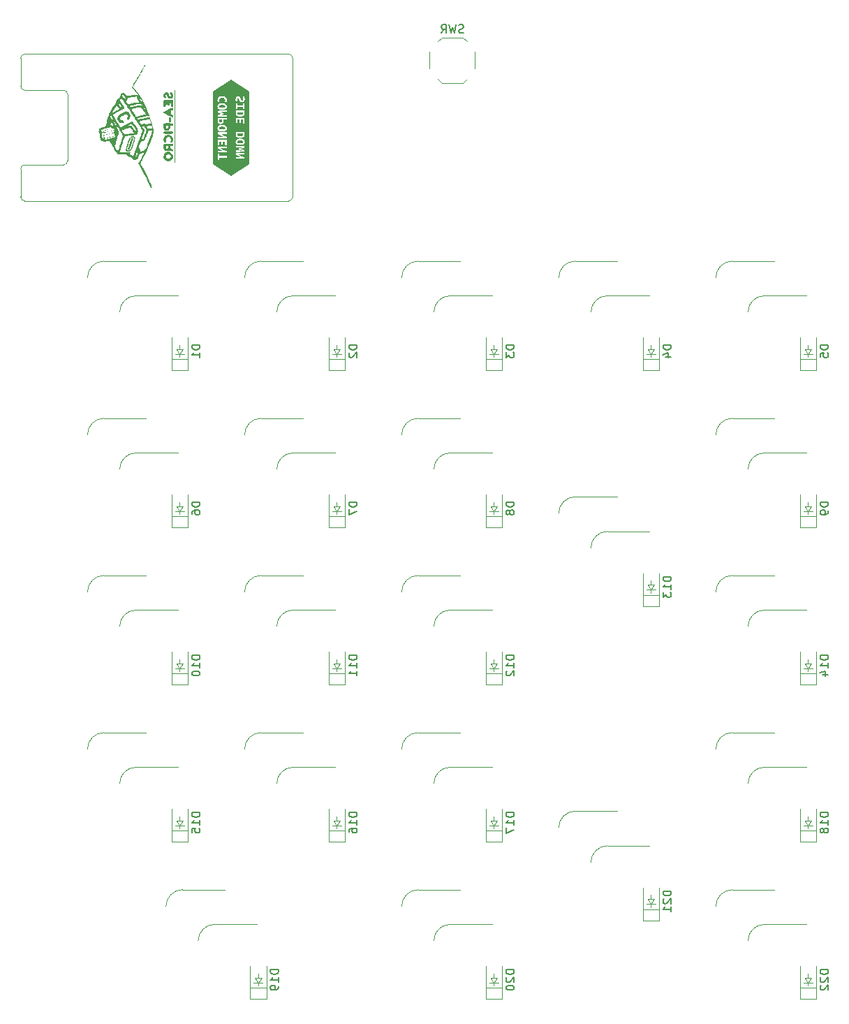
<source format=gbr>
%TF.GenerationSoftware,KiCad,Pcbnew,9.0.5*%
%TF.CreationDate,2025-11-02T15:14:47-08:00*%
%TF.ProjectId,MacroPad,4d616372-6f50-4616-942e-6b696361645f,rev?*%
%TF.SameCoordinates,Original*%
%TF.FileFunction,Legend,Bot*%
%TF.FilePolarity,Positive*%
%FSLAX46Y46*%
G04 Gerber Fmt 4.6, Leading zero omitted, Abs format (unit mm)*
G04 Created by KiCad (PCBNEW 9.0.5) date 2025-11-02 15:14:47*
%MOMM*%
%LPD*%
G01*
G04 APERTURE LIST*
%ADD10C,0.150000*%
%ADD11C,0.120000*%
%ADD12C,0.100000*%
%ADD13C,0.000000*%
G04 APERTURE END LIST*
D10*
X76404819Y-160235714D02*
X75404819Y-160235714D01*
X75404819Y-160235714D02*
X75404819Y-160473809D01*
X75404819Y-160473809D02*
X75452438Y-160616666D01*
X75452438Y-160616666D02*
X75547676Y-160711904D01*
X75547676Y-160711904D02*
X75642914Y-160759523D01*
X75642914Y-160759523D02*
X75833390Y-160807142D01*
X75833390Y-160807142D02*
X75976247Y-160807142D01*
X75976247Y-160807142D02*
X76166723Y-160759523D01*
X76166723Y-160759523D02*
X76261961Y-160711904D01*
X76261961Y-160711904D02*
X76357200Y-160616666D01*
X76357200Y-160616666D02*
X76404819Y-160473809D01*
X76404819Y-160473809D02*
X76404819Y-160235714D01*
X76404819Y-161759523D02*
X76404819Y-161188095D01*
X76404819Y-161473809D02*
X75404819Y-161473809D01*
X75404819Y-161473809D02*
X75547676Y-161378571D01*
X75547676Y-161378571D02*
X75642914Y-161283333D01*
X75642914Y-161283333D02*
X75690533Y-161188095D01*
X76404819Y-162235714D02*
X76404819Y-162426190D01*
X76404819Y-162426190D02*
X76357200Y-162521428D01*
X76357200Y-162521428D02*
X76309580Y-162569047D01*
X76309580Y-162569047D02*
X76166723Y-162664285D01*
X76166723Y-162664285D02*
X75976247Y-162711904D01*
X75976247Y-162711904D02*
X75595295Y-162711904D01*
X75595295Y-162711904D02*
X75500057Y-162664285D01*
X75500057Y-162664285D02*
X75452438Y-162616666D01*
X75452438Y-162616666D02*
X75404819Y-162521428D01*
X75404819Y-162521428D02*
X75404819Y-162330952D01*
X75404819Y-162330952D02*
X75452438Y-162235714D01*
X75452438Y-162235714D02*
X75500057Y-162188095D01*
X75500057Y-162188095D02*
X75595295Y-162140476D01*
X75595295Y-162140476D02*
X75833390Y-162140476D01*
X75833390Y-162140476D02*
X75928628Y-162188095D01*
X75928628Y-162188095D02*
X75976247Y-162235714D01*
X75976247Y-162235714D02*
X76023866Y-162330952D01*
X76023866Y-162330952D02*
X76023866Y-162521428D01*
X76023866Y-162521428D02*
X75976247Y-162616666D01*
X75976247Y-162616666D02*
X75928628Y-162664285D01*
X75928628Y-162664285D02*
X75833390Y-162711904D01*
X104979819Y-122135714D02*
X103979819Y-122135714D01*
X103979819Y-122135714D02*
X103979819Y-122373809D01*
X103979819Y-122373809D02*
X104027438Y-122516666D01*
X104027438Y-122516666D02*
X104122676Y-122611904D01*
X104122676Y-122611904D02*
X104217914Y-122659523D01*
X104217914Y-122659523D02*
X104408390Y-122707142D01*
X104408390Y-122707142D02*
X104551247Y-122707142D01*
X104551247Y-122707142D02*
X104741723Y-122659523D01*
X104741723Y-122659523D02*
X104836961Y-122611904D01*
X104836961Y-122611904D02*
X104932200Y-122516666D01*
X104932200Y-122516666D02*
X104979819Y-122373809D01*
X104979819Y-122373809D02*
X104979819Y-122135714D01*
X104979819Y-123659523D02*
X104979819Y-123088095D01*
X104979819Y-123373809D02*
X103979819Y-123373809D01*
X103979819Y-123373809D02*
X104122676Y-123278571D01*
X104122676Y-123278571D02*
X104217914Y-123183333D01*
X104217914Y-123183333D02*
X104265533Y-123088095D01*
X104075057Y-124040476D02*
X104027438Y-124088095D01*
X104027438Y-124088095D02*
X103979819Y-124183333D01*
X103979819Y-124183333D02*
X103979819Y-124421428D01*
X103979819Y-124421428D02*
X104027438Y-124516666D01*
X104027438Y-124516666D02*
X104075057Y-124564285D01*
X104075057Y-124564285D02*
X104170295Y-124611904D01*
X104170295Y-124611904D02*
X104265533Y-124611904D01*
X104265533Y-124611904D02*
X104408390Y-124564285D01*
X104408390Y-124564285D02*
X104979819Y-123992857D01*
X104979819Y-123992857D02*
X104979819Y-124611904D01*
X104979819Y-84511905D02*
X103979819Y-84511905D01*
X103979819Y-84511905D02*
X103979819Y-84750000D01*
X103979819Y-84750000D02*
X104027438Y-84892857D01*
X104027438Y-84892857D02*
X104122676Y-84988095D01*
X104122676Y-84988095D02*
X104217914Y-85035714D01*
X104217914Y-85035714D02*
X104408390Y-85083333D01*
X104408390Y-85083333D02*
X104551247Y-85083333D01*
X104551247Y-85083333D02*
X104741723Y-85035714D01*
X104741723Y-85035714D02*
X104836961Y-84988095D01*
X104836961Y-84988095D02*
X104932200Y-84892857D01*
X104932200Y-84892857D02*
X104979819Y-84750000D01*
X104979819Y-84750000D02*
X104979819Y-84511905D01*
X103979819Y-85416667D02*
X103979819Y-86035714D01*
X103979819Y-86035714D02*
X104360771Y-85702381D01*
X104360771Y-85702381D02*
X104360771Y-85845238D01*
X104360771Y-85845238D02*
X104408390Y-85940476D01*
X104408390Y-85940476D02*
X104456009Y-85988095D01*
X104456009Y-85988095D02*
X104551247Y-86035714D01*
X104551247Y-86035714D02*
X104789342Y-86035714D01*
X104789342Y-86035714D02*
X104884580Y-85988095D01*
X104884580Y-85988095D02*
X104932200Y-85940476D01*
X104932200Y-85940476D02*
X104979819Y-85845238D01*
X104979819Y-85845238D02*
X104979819Y-85559524D01*
X104979819Y-85559524D02*
X104932200Y-85464286D01*
X104932200Y-85464286D02*
X104884580Y-85416667D01*
X124029819Y-150710714D02*
X123029819Y-150710714D01*
X123029819Y-150710714D02*
X123029819Y-150948809D01*
X123029819Y-150948809D02*
X123077438Y-151091666D01*
X123077438Y-151091666D02*
X123172676Y-151186904D01*
X123172676Y-151186904D02*
X123267914Y-151234523D01*
X123267914Y-151234523D02*
X123458390Y-151282142D01*
X123458390Y-151282142D02*
X123601247Y-151282142D01*
X123601247Y-151282142D02*
X123791723Y-151234523D01*
X123791723Y-151234523D02*
X123886961Y-151186904D01*
X123886961Y-151186904D02*
X123982200Y-151091666D01*
X123982200Y-151091666D02*
X124029819Y-150948809D01*
X124029819Y-150948809D02*
X124029819Y-150710714D01*
X123125057Y-151663095D02*
X123077438Y-151710714D01*
X123077438Y-151710714D02*
X123029819Y-151805952D01*
X123029819Y-151805952D02*
X123029819Y-152044047D01*
X123029819Y-152044047D02*
X123077438Y-152139285D01*
X123077438Y-152139285D02*
X123125057Y-152186904D01*
X123125057Y-152186904D02*
X123220295Y-152234523D01*
X123220295Y-152234523D02*
X123315533Y-152234523D01*
X123315533Y-152234523D02*
X123458390Y-152186904D01*
X123458390Y-152186904D02*
X124029819Y-151615476D01*
X124029819Y-151615476D02*
X124029819Y-152234523D01*
X124029819Y-153186904D02*
X124029819Y-152615476D01*
X124029819Y-152901190D02*
X123029819Y-152901190D01*
X123029819Y-152901190D02*
X123172676Y-152805952D01*
X123172676Y-152805952D02*
X123267914Y-152710714D01*
X123267914Y-152710714D02*
X123315533Y-152615476D01*
X143079819Y-103561905D02*
X142079819Y-103561905D01*
X142079819Y-103561905D02*
X142079819Y-103800000D01*
X142079819Y-103800000D02*
X142127438Y-103942857D01*
X142127438Y-103942857D02*
X142222676Y-104038095D01*
X142222676Y-104038095D02*
X142317914Y-104085714D01*
X142317914Y-104085714D02*
X142508390Y-104133333D01*
X142508390Y-104133333D02*
X142651247Y-104133333D01*
X142651247Y-104133333D02*
X142841723Y-104085714D01*
X142841723Y-104085714D02*
X142936961Y-104038095D01*
X142936961Y-104038095D02*
X143032200Y-103942857D01*
X143032200Y-103942857D02*
X143079819Y-103800000D01*
X143079819Y-103800000D02*
X143079819Y-103561905D01*
X143079819Y-104609524D02*
X143079819Y-104800000D01*
X143079819Y-104800000D02*
X143032200Y-104895238D01*
X143032200Y-104895238D02*
X142984580Y-104942857D01*
X142984580Y-104942857D02*
X142841723Y-105038095D01*
X142841723Y-105038095D02*
X142651247Y-105085714D01*
X142651247Y-105085714D02*
X142270295Y-105085714D01*
X142270295Y-105085714D02*
X142175057Y-105038095D01*
X142175057Y-105038095D02*
X142127438Y-104990476D01*
X142127438Y-104990476D02*
X142079819Y-104895238D01*
X142079819Y-104895238D02*
X142079819Y-104704762D01*
X142079819Y-104704762D02*
X142127438Y-104609524D01*
X142127438Y-104609524D02*
X142175057Y-104561905D01*
X142175057Y-104561905D02*
X142270295Y-104514286D01*
X142270295Y-104514286D02*
X142508390Y-104514286D01*
X142508390Y-104514286D02*
X142603628Y-104561905D01*
X142603628Y-104561905D02*
X142651247Y-104609524D01*
X142651247Y-104609524D02*
X142698866Y-104704762D01*
X142698866Y-104704762D02*
X142698866Y-104895238D01*
X142698866Y-104895238D02*
X142651247Y-104990476D01*
X142651247Y-104990476D02*
X142603628Y-105038095D01*
X142603628Y-105038095D02*
X142508390Y-105085714D01*
X143079819Y-84511905D02*
X142079819Y-84511905D01*
X142079819Y-84511905D02*
X142079819Y-84750000D01*
X142079819Y-84750000D02*
X142127438Y-84892857D01*
X142127438Y-84892857D02*
X142222676Y-84988095D01*
X142222676Y-84988095D02*
X142317914Y-85035714D01*
X142317914Y-85035714D02*
X142508390Y-85083333D01*
X142508390Y-85083333D02*
X142651247Y-85083333D01*
X142651247Y-85083333D02*
X142841723Y-85035714D01*
X142841723Y-85035714D02*
X142936961Y-84988095D01*
X142936961Y-84988095D02*
X143032200Y-84892857D01*
X143032200Y-84892857D02*
X143079819Y-84750000D01*
X143079819Y-84750000D02*
X143079819Y-84511905D01*
X142079819Y-85988095D02*
X142079819Y-85511905D01*
X142079819Y-85511905D02*
X142556009Y-85464286D01*
X142556009Y-85464286D02*
X142508390Y-85511905D01*
X142508390Y-85511905D02*
X142460771Y-85607143D01*
X142460771Y-85607143D02*
X142460771Y-85845238D01*
X142460771Y-85845238D02*
X142508390Y-85940476D01*
X142508390Y-85940476D02*
X142556009Y-85988095D01*
X142556009Y-85988095D02*
X142651247Y-86035714D01*
X142651247Y-86035714D02*
X142889342Y-86035714D01*
X142889342Y-86035714D02*
X142984580Y-85988095D01*
X142984580Y-85988095D02*
X143032200Y-85940476D01*
X143032200Y-85940476D02*
X143079819Y-85845238D01*
X143079819Y-85845238D02*
X143079819Y-85607143D01*
X143079819Y-85607143D02*
X143032200Y-85511905D01*
X143032200Y-85511905D02*
X142984580Y-85464286D01*
X143079819Y-122135714D02*
X142079819Y-122135714D01*
X142079819Y-122135714D02*
X142079819Y-122373809D01*
X142079819Y-122373809D02*
X142127438Y-122516666D01*
X142127438Y-122516666D02*
X142222676Y-122611904D01*
X142222676Y-122611904D02*
X142317914Y-122659523D01*
X142317914Y-122659523D02*
X142508390Y-122707142D01*
X142508390Y-122707142D02*
X142651247Y-122707142D01*
X142651247Y-122707142D02*
X142841723Y-122659523D01*
X142841723Y-122659523D02*
X142936961Y-122611904D01*
X142936961Y-122611904D02*
X143032200Y-122516666D01*
X143032200Y-122516666D02*
X143079819Y-122373809D01*
X143079819Y-122373809D02*
X143079819Y-122135714D01*
X143079819Y-123659523D02*
X143079819Y-123088095D01*
X143079819Y-123373809D02*
X142079819Y-123373809D01*
X142079819Y-123373809D02*
X142222676Y-123278571D01*
X142222676Y-123278571D02*
X142317914Y-123183333D01*
X142317914Y-123183333D02*
X142365533Y-123088095D01*
X142413152Y-124516666D02*
X143079819Y-124516666D01*
X142032200Y-124278571D02*
X142746485Y-124040476D01*
X142746485Y-124040476D02*
X142746485Y-124659523D01*
X66879819Y-141185714D02*
X65879819Y-141185714D01*
X65879819Y-141185714D02*
X65879819Y-141423809D01*
X65879819Y-141423809D02*
X65927438Y-141566666D01*
X65927438Y-141566666D02*
X66022676Y-141661904D01*
X66022676Y-141661904D02*
X66117914Y-141709523D01*
X66117914Y-141709523D02*
X66308390Y-141757142D01*
X66308390Y-141757142D02*
X66451247Y-141757142D01*
X66451247Y-141757142D02*
X66641723Y-141709523D01*
X66641723Y-141709523D02*
X66736961Y-141661904D01*
X66736961Y-141661904D02*
X66832200Y-141566666D01*
X66832200Y-141566666D02*
X66879819Y-141423809D01*
X66879819Y-141423809D02*
X66879819Y-141185714D01*
X66879819Y-142709523D02*
X66879819Y-142138095D01*
X66879819Y-142423809D02*
X65879819Y-142423809D01*
X65879819Y-142423809D02*
X66022676Y-142328571D01*
X66022676Y-142328571D02*
X66117914Y-142233333D01*
X66117914Y-142233333D02*
X66165533Y-142138095D01*
X65879819Y-143614285D02*
X65879819Y-143138095D01*
X65879819Y-143138095D02*
X66356009Y-143090476D01*
X66356009Y-143090476D02*
X66308390Y-143138095D01*
X66308390Y-143138095D02*
X66260771Y-143233333D01*
X66260771Y-143233333D02*
X66260771Y-143471428D01*
X66260771Y-143471428D02*
X66308390Y-143566666D01*
X66308390Y-143566666D02*
X66356009Y-143614285D01*
X66356009Y-143614285D02*
X66451247Y-143661904D01*
X66451247Y-143661904D02*
X66689342Y-143661904D01*
X66689342Y-143661904D02*
X66784580Y-143614285D01*
X66784580Y-143614285D02*
X66832200Y-143566666D01*
X66832200Y-143566666D02*
X66879819Y-143471428D01*
X66879819Y-143471428D02*
X66879819Y-143233333D01*
X66879819Y-143233333D02*
X66832200Y-143138095D01*
X66832200Y-143138095D02*
X66784580Y-143090476D01*
X66879819Y-103561905D02*
X65879819Y-103561905D01*
X65879819Y-103561905D02*
X65879819Y-103800000D01*
X65879819Y-103800000D02*
X65927438Y-103942857D01*
X65927438Y-103942857D02*
X66022676Y-104038095D01*
X66022676Y-104038095D02*
X66117914Y-104085714D01*
X66117914Y-104085714D02*
X66308390Y-104133333D01*
X66308390Y-104133333D02*
X66451247Y-104133333D01*
X66451247Y-104133333D02*
X66641723Y-104085714D01*
X66641723Y-104085714D02*
X66736961Y-104038095D01*
X66736961Y-104038095D02*
X66832200Y-103942857D01*
X66832200Y-103942857D02*
X66879819Y-103800000D01*
X66879819Y-103800000D02*
X66879819Y-103561905D01*
X65879819Y-104990476D02*
X65879819Y-104800000D01*
X65879819Y-104800000D02*
X65927438Y-104704762D01*
X65927438Y-104704762D02*
X65975057Y-104657143D01*
X65975057Y-104657143D02*
X66117914Y-104561905D01*
X66117914Y-104561905D02*
X66308390Y-104514286D01*
X66308390Y-104514286D02*
X66689342Y-104514286D01*
X66689342Y-104514286D02*
X66784580Y-104561905D01*
X66784580Y-104561905D02*
X66832200Y-104609524D01*
X66832200Y-104609524D02*
X66879819Y-104704762D01*
X66879819Y-104704762D02*
X66879819Y-104895238D01*
X66879819Y-104895238D02*
X66832200Y-104990476D01*
X66832200Y-104990476D02*
X66784580Y-105038095D01*
X66784580Y-105038095D02*
X66689342Y-105085714D01*
X66689342Y-105085714D02*
X66451247Y-105085714D01*
X66451247Y-105085714D02*
X66356009Y-105038095D01*
X66356009Y-105038095D02*
X66308390Y-104990476D01*
X66308390Y-104990476D02*
X66260771Y-104895238D01*
X66260771Y-104895238D02*
X66260771Y-104704762D01*
X66260771Y-104704762D02*
X66308390Y-104609524D01*
X66308390Y-104609524D02*
X66356009Y-104561905D01*
X66356009Y-104561905D02*
X66451247Y-104514286D01*
X85929819Y-122135714D02*
X84929819Y-122135714D01*
X84929819Y-122135714D02*
X84929819Y-122373809D01*
X84929819Y-122373809D02*
X84977438Y-122516666D01*
X84977438Y-122516666D02*
X85072676Y-122611904D01*
X85072676Y-122611904D02*
X85167914Y-122659523D01*
X85167914Y-122659523D02*
X85358390Y-122707142D01*
X85358390Y-122707142D02*
X85501247Y-122707142D01*
X85501247Y-122707142D02*
X85691723Y-122659523D01*
X85691723Y-122659523D02*
X85786961Y-122611904D01*
X85786961Y-122611904D02*
X85882200Y-122516666D01*
X85882200Y-122516666D02*
X85929819Y-122373809D01*
X85929819Y-122373809D02*
X85929819Y-122135714D01*
X85929819Y-123659523D02*
X85929819Y-123088095D01*
X85929819Y-123373809D02*
X84929819Y-123373809D01*
X84929819Y-123373809D02*
X85072676Y-123278571D01*
X85072676Y-123278571D02*
X85167914Y-123183333D01*
X85167914Y-123183333D02*
X85215533Y-123088095D01*
X85929819Y-124611904D02*
X85929819Y-124040476D01*
X85929819Y-124326190D02*
X84929819Y-124326190D01*
X84929819Y-124326190D02*
X85072676Y-124230952D01*
X85072676Y-124230952D02*
X85167914Y-124135714D01*
X85167914Y-124135714D02*
X85215533Y-124040476D01*
X85929819Y-84511905D02*
X84929819Y-84511905D01*
X84929819Y-84511905D02*
X84929819Y-84750000D01*
X84929819Y-84750000D02*
X84977438Y-84892857D01*
X84977438Y-84892857D02*
X85072676Y-84988095D01*
X85072676Y-84988095D02*
X85167914Y-85035714D01*
X85167914Y-85035714D02*
X85358390Y-85083333D01*
X85358390Y-85083333D02*
X85501247Y-85083333D01*
X85501247Y-85083333D02*
X85691723Y-85035714D01*
X85691723Y-85035714D02*
X85786961Y-84988095D01*
X85786961Y-84988095D02*
X85882200Y-84892857D01*
X85882200Y-84892857D02*
X85929819Y-84750000D01*
X85929819Y-84750000D02*
X85929819Y-84511905D01*
X85025057Y-85464286D02*
X84977438Y-85511905D01*
X84977438Y-85511905D02*
X84929819Y-85607143D01*
X84929819Y-85607143D02*
X84929819Y-85845238D01*
X84929819Y-85845238D02*
X84977438Y-85940476D01*
X84977438Y-85940476D02*
X85025057Y-85988095D01*
X85025057Y-85988095D02*
X85120295Y-86035714D01*
X85120295Y-86035714D02*
X85215533Y-86035714D01*
X85215533Y-86035714D02*
X85358390Y-85988095D01*
X85358390Y-85988095D02*
X85929819Y-85416667D01*
X85929819Y-85416667D02*
X85929819Y-86035714D01*
X66879819Y-84511905D02*
X65879819Y-84511905D01*
X65879819Y-84511905D02*
X65879819Y-84750000D01*
X65879819Y-84750000D02*
X65927438Y-84892857D01*
X65927438Y-84892857D02*
X66022676Y-84988095D01*
X66022676Y-84988095D02*
X66117914Y-85035714D01*
X66117914Y-85035714D02*
X66308390Y-85083333D01*
X66308390Y-85083333D02*
X66451247Y-85083333D01*
X66451247Y-85083333D02*
X66641723Y-85035714D01*
X66641723Y-85035714D02*
X66736961Y-84988095D01*
X66736961Y-84988095D02*
X66832200Y-84892857D01*
X66832200Y-84892857D02*
X66879819Y-84750000D01*
X66879819Y-84750000D02*
X66879819Y-84511905D01*
X66879819Y-86035714D02*
X66879819Y-85464286D01*
X66879819Y-85750000D02*
X65879819Y-85750000D01*
X65879819Y-85750000D02*
X66022676Y-85654762D01*
X66022676Y-85654762D02*
X66117914Y-85559524D01*
X66117914Y-85559524D02*
X66165533Y-85464286D01*
X124029819Y-84511905D02*
X123029819Y-84511905D01*
X123029819Y-84511905D02*
X123029819Y-84750000D01*
X123029819Y-84750000D02*
X123077438Y-84892857D01*
X123077438Y-84892857D02*
X123172676Y-84988095D01*
X123172676Y-84988095D02*
X123267914Y-85035714D01*
X123267914Y-85035714D02*
X123458390Y-85083333D01*
X123458390Y-85083333D02*
X123601247Y-85083333D01*
X123601247Y-85083333D02*
X123791723Y-85035714D01*
X123791723Y-85035714D02*
X123886961Y-84988095D01*
X123886961Y-84988095D02*
X123982200Y-84892857D01*
X123982200Y-84892857D02*
X124029819Y-84750000D01*
X124029819Y-84750000D02*
X124029819Y-84511905D01*
X123363152Y-85940476D02*
X124029819Y-85940476D01*
X122982200Y-85702381D02*
X123696485Y-85464286D01*
X123696485Y-85464286D02*
X123696485Y-86083333D01*
X124029819Y-112610714D02*
X123029819Y-112610714D01*
X123029819Y-112610714D02*
X123029819Y-112848809D01*
X123029819Y-112848809D02*
X123077438Y-112991666D01*
X123077438Y-112991666D02*
X123172676Y-113086904D01*
X123172676Y-113086904D02*
X123267914Y-113134523D01*
X123267914Y-113134523D02*
X123458390Y-113182142D01*
X123458390Y-113182142D02*
X123601247Y-113182142D01*
X123601247Y-113182142D02*
X123791723Y-113134523D01*
X123791723Y-113134523D02*
X123886961Y-113086904D01*
X123886961Y-113086904D02*
X123982200Y-112991666D01*
X123982200Y-112991666D02*
X124029819Y-112848809D01*
X124029819Y-112848809D02*
X124029819Y-112610714D01*
X124029819Y-114134523D02*
X124029819Y-113563095D01*
X124029819Y-113848809D02*
X123029819Y-113848809D01*
X123029819Y-113848809D02*
X123172676Y-113753571D01*
X123172676Y-113753571D02*
X123267914Y-113658333D01*
X123267914Y-113658333D02*
X123315533Y-113563095D01*
X123029819Y-114467857D02*
X123029819Y-115086904D01*
X123029819Y-115086904D02*
X123410771Y-114753571D01*
X123410771Y-114753571D02*
X123410771Y-114896428D01*
X123410771Y-114896428D02*
X123458390Y-114991666D01*
X123458390Y-114991666D02*
X123506009Y-115039285D01*
X123506009Y-115039285D02*
X123601247Y-115086904D01*
X123601247Y-115086904D02*
X123839342Y-115086904D01*
X123839342Y-115086904D02*
X123934580Y-115039285D01*
X123934580Y-115039285D02*
X123982200Y-114991666D01*
X123982200Y-114991666D02*
X124029819Y-114896428D01*
X124029819Y-114896428D02*
X124029819Y-114610714D01*
X124029819Y-114610714D02*
X123982200Y-114515476D01*
X123982200Y-114515476D02*
X123934580Y-114467857D01*
X66879819Y-122135714D02*
X65879819Y-122135714D01*
X65879819Y-122135714D02*
X65879819Y-122373809D01*
X65879819Y-122373809D02*
X65927438Y-122516666D01*
X65927438Y-122516666D02*
X66022676Y-122611904D01*
X66022676Y-122611904D02*
X66117914Y-122659523D01*
X66117914Y-122659523D02*
X66308390Y-122707142D01*
X66308390Y-122707142D02*
X66451247Y-122707142D01*
X66451247Y-122707142D02*
X66641723Y-122659523D01*
X66641723Y-122659523D02*
X66736961Y-122611904D01*
X66736961Y-122611904D02*
X66832200Y-122516666D01*
X66832200Y-122516666D02*
X66879819Y-122373809D01*
X66879819Y-122373809D02*
X66879819Y-122135714D01*
X66879819Y-123659523D02*
X66879819Y-123088095D01*
X66879819Y-123373809D02*
X65879819Y-123373809D01*
X65879819Y-123373809D02*
X66022676Y-123278571D01*
X66022676Y-123278571D02*
X66117914Y-123183333D01*
X66117914Y-123183333D02*
X66165533Y-123088095D01*
X65879819Y-124278571D02*
X65879819Y-124373809D01*
X65879819Y-124373809D02*
X65927438Y-124469047D01*
X65927438Y-124469047D02*
X65975057Y-124516666D01*
X65975057Y-124516666D02*
X66070295Y-124564285D01*
X66070295Y-124564285D02*
X66260771Y-124611904D01*
X66260771Y-124611904D02*
X66498866Y-124611904D01*
X66498866Y-124611904D02*
X66689342Y-124564285D01*
X66689342Y-124564285D02*
X66784580Y-124516666D01*
X66784580Y-124516666D02*
X66832200Y-124469047D01*
X66832200Y-124469047D02*
X66879819Y-124373809D01*
X66879819Y-124373809D02*
X66879819Y-124278571D01*
X66879819Y-124278571D02*
X66832200Y-124183333D01*
X66832200Y-124183333D02*
X66784580Y-124135714D01*
X66784580Y-124135714D02*
X66689342Y-124088095D01*
X66689342Y-124088095D02*
X66498866Y-124040476D01*
X66498866Y-124040476D02*
X66260771Y-124040476D01*
X66260771Y-124040476D02*
X66070295Y-124088095D01*
X66070295Y-124088095D02*
X65975057Y-124135714D01*
X65975057Y-124135714D02*
X65927438Y-124183333D01*
X65927438Y-124183333D02*
X65879819Y-124278571D01*
X104979819Y-141185714D02*
X103979819Y-141185714D01*
X103979819Y-141185714D02*
X103979819Y-141423809D01*
X103979819Y-141423809D02*
X104027438Y-141566666D01*
X104027438Y-141566666D02*
X104122676Y-141661904D01*
X104122676Y-141661904D02*
X104217914Y-141709523D01*
X104217914Y-141709523D02*
X104408390Y-141757142D01*
X104408390Y-141757142D02*
X104551247Y-141757142D01*
X104551247Y-141757142D02*
X104741723Y-141709523D01*
X104741723Y-141709523D02*
X104836961Y-141661904D01*
X104836961Y-141661904D02*
X104932200Y-141566666D01*
X104932200Y-141566666D02*
X104979819Y-141423809D01*
X104979819Y-141423809D02*
X104979819Y-141185714D01*
X104979819Y-142709523D02*
X104979819Y-142138095D01*
X104979819Y-142423809D02*
X103979819Y-142423809D01*
X103979819Y-142423809D02*
X104122676Y-142328571D01*
X104122676Y-142328571D02*
X104217914Y-142233333D01*
X104217914Y-142233333D02*
X104265533Y-142138095D01*
X103979819Y-143042857D02*
X103979819Y-143709523D01*
X103979819Y-143709523D02*
X104979819Y-143280952D01*
X143079819Y-141185714D02*
X142079819Y-141185714D01*
X142079819Y-141185714D02*
X142079819Y-141423809D01*
X142079819Y-141423809D02*
X142127438Y-141566666D01*
X142127438Y-141566666D02*
X142222676Y-141661904D01*
X142222676Y-141661904D02*
X142317914Y-141709523D01*
X142317914Y-141709523D02*
X142508390Y-141757142D01*
X142508390Y-141757142D02*
X142651247Y-141757142D01*
X142651247Y-141757142D02*
X142841723Y-141709523D01*
X142841723Y-141709523D02*
X142936961Y-141661904D01*
X142936961Y-141661904D02*
X143032200Y-141566666D01*
X143032200Y-141566666D02*
X143079819Y-141423809D01*
X143079819Y-141423809D02*
X143079819Y-141185714D01*
X143079819Y-142709523D02*
X143079819Y-142138095D01*
X143079819Y-142423809D02*
X142079819Y-142423809D01*
X142079819Y-142423809D02*
X142222676Y-142328571D01*
X142222676Y-142328571D02*
X142317914Y-142233333D01*
X142317914Y-142233333D02*
X142365533Y-142138095D01*
X142508390Y-143280952D02*
X142460771Y-143185714D01*
X142460771Y-143185714D02*
X142413152Y-143138095D01*
X142413152Y-143138095D02*
X142317914Y-143090476D01*
X142317914Y-143090476D02*
X142270295Y-143090476D01*
X142270295Y-143090476D02*
X142175057Y-143138095D01*
X142175057Y-143138095D02*
X142127438Y-143185714D01*
X142127438Y-143185714D02*
X142079819Y-143280952D01*
X142079819Y-143280952D02*
X142079819Y-143471428D01*
X142079819Y-143471428D02*
X142127438Y-143566666D01*
X142127438Y-143566666D02*
X142175057Y-143614285D01*
X142175057Y-143614285D02*
X142270295Y-143661904D01*
X142270295Y-143661904D02*
X142317914Y-143661904D01*
X142317914Y-143661904D02*
X142413152Y-143614285D01*
X142413152Y-143614285D02*
X142460771Y-143566666D01*
X142460771Y-143566666D02*
X142508390Y-143471428D01*
X142508390Y-143471428D02*
X142508390Y-143280952D01*
X142508390Y-143280952D02*
X142556009Y-143185714D01*
X142556009Y-143185714D02*
X142603628Y-143138095D01*
X142603628Y-143138095D02*
X142698866Y-143090476D01*
X142698866Y-143090476D02*
X142889342Y-143090476D01*
X142889342Y-143090476D02*
X142984580Y-143138095D01*
X142984580Y-143138095D02*
X143032200Y-143185714D01*
X143032200Y-143185714D02*
X143079819Y-143280952D01*
X143079819Y-143280952D02*
X143079819Y-143471428D01*
X143079819Y-143471428D02*
X143032200Y-143566666D01*
X143032200Y-143566666D02*
X142984580Y-143614285D01*
X142984580Y-143614285D02*
X142889342Y-143661904D01*
X142889342Y-143661904D02*
X142698866Y-143661904D01*
X142698866Y-143661904D02*
X142603628Y-143614285D01*
X142603628Y-143614285D02*
X142556009Y-143566666D01*
X142556009Y-143566666D02*
X142508390Y-143471428D01*
X85929819Y-103561905D02*
X84929819Y-103561905D01*
X84929819Y-103561905D02*
X84929819Y-103800000D01*
X84929819Y-103800000D02*
X84977438Y-103942857D01*
X84977438Y-103942857D02*
X85072676Y-104038095D01*
X85072676Y-104038095D02*
X85167914Y-104085714D01*
X85167914Y-104085714D02*
X85358390Y-104133333D01*
X85358390Y-104133333D02*
X85501247Y-104133333D01*
X85501247Y-104133333D02*
X85691723Y-104085714D01*
X85691723Y-104085714D02*
X85786961Y-104038095D01*
X85786961Y-104038095D02*
X85882200Y-103942857D01*
X85882200Y-103942857D02*
X85929819Y-103800000D01*
X85929819Y-103800000D02*
X85929819Y-103561905D01*
X84929819Y-104466667D02*
X84929819Y-105133333D01*
X84929819Y-105133333D02*
X85929819Y-104704762D01*
X104979819Y-103561905D02*
X103979819Y-103561905D01*
X103979819Y-103561905D02*
X103979819Y-103800000D01*
X103979819Y-103800000D02*
X104027438Y-103942857D01*
X104027438Y-103942857D02*
X104122676Y-104038095D01*
X104122676Y-104038095D02*
X104217914Y-104085714D01*
X104217914Y-104085714D02*
X104408390Y-104133333D01*
X104408390Y-104133333D02*
X104551247Y-104133333D01*
X104551247Y-104133333D02*
X104741723Y-104085714D01*
X104741723Y-104085714D02*
X104836961Y-104038095D01*
X104836961Y-104038095D02*
X104932200Y-103942857D01*
X104932200Y-103942857D02*
X104979819Y-103800000D01*
X104979819Y-103800000D02*
X104979819Y-103561905D01*
X104408390Y-104704762D02*
X104360771Y-104609524D01*
X104360771Y-104609524D02*
X104313152Y-104561905D01*
X104313152Y-104561905D02*
X104217914Y-104514286D01*
X104217914Y-104514286D02*
X104170295Y-104514286D01*
X104170295Y-104514286D02*
X104075057Y-104561905D01*
X104075057Y-104561905D02*
X104027438Y-104609524D01*
X104027438Y-104609524D02*
X103979819Y-104704762D01*
X103979819Y-104704762D02*
X103979819Y-104895238D01*
X103979819Y-104895238D02*
X104027438Y-104990476D01*
X104027438Y-104990476D02*
X104075057Y-105038095D01*
X104075057Y-105038095D02*
X104170295Y-105085714D01*
X104170295Y-105085714D02*
X104217914Y-105085714D01*
X104217914Y-105085714D02*
X104313152Y-105038095D01*
X104313152Y-105038095D02*
X104360771Y-104990476D01*
X104360771Y-104990476D02*
X104408390Y-104895238D01*
X104408390Y-104895238D02*
X104408390Y-104704762D01*
X104408390Y-104704762D02*
X104456009Y-104609524D01*
X104456009Y-104609524D02*
X104503628Y-104561905D01*
X104503628Y-104561905D02*
X104598866Y-104514286D01*
X104598866Y-104514286D02*
X104789342Y-104514286D01*
X104789342Y-104514286D02*
X104884580Y-104561905D01*
X104884580Y-104561905D02*
X104932200Y-104609524D01*
X104932200Y-104609524D02*
X104979819Y-104704762D01*
X104979819Y-104704762D02*
X104979819Y-104895238D01*
X104979819Y-104895238D02*
X104932200Y-104990476D01*
X104932200Y-104990476D02*
X104884580Y-105038095D01*
X104884580Y-105038095D02*
X104789342Y-105085714D01*
X104789342Y-105085714D02*
X104598866Y-105085714D01*
X104598866Y-105085714D02*
X104503628Y-105038095D01*
X104503628Y-105038095D02*
X104456009Y-104990476D01*
X104456009Y-104990476D02*
X104408390Y-104895238D01*
X143079819Y-160235714D02*
X142079819Y-160235714D01*
X142079819Y-160235714D02*
X142079819Y-160473809D01*
X142079819Y-160473809D02*
X142127438Y-160616666D01*
X142127438Y-160616666D02*
X142222676Y-160711904D01*
X142222676Y-160711904D02*
X142317914Y-160759523D01*
X142317914Y-160759523D02*
X142508390Y-160807142D01*
X142508390Y-160807142D02*
X142651247Y-160807142D01*
X142651247Y-160807142D02*
X142841723Y-160759523D01*
X142841723Y-160759523D02*
X142936961Y-160711904D01*
X142936961Y-160711904D02*
X143032200Y-160616666D01*
X143032200Y-160616666D02*
X143079819Y-160473809D01*
X143079819Y-160473809D02*
X143079819Y-160235714D01*
X142175057Y-161188095D02*
X142127438Y-161235714D01*
X142127438Y-161235714D02*
X142079819Y-161330952D01*
X142079819Y-161330952D02*
X142079819Y-161569047D01*
X142079819Y-161569047D02*
X142127438Y-161664285D01*
X142127438Y-161664285D02*
X142175057Y-161711904D01*
X142175057Y-161711904D02*
X142270295Y-161759523D01*
X142270295Y-161759523D02*
X142365533Y-161759523D01*
X142365533Y-161759523D02*
X142508390Y-161711904D01*
X142508390Y-161711904D02*
X143079819Y-161140476D01*
X143079819Y-161140476D02*
X143079819Y-161759523D01*
X142175057Y-162140476D02*
X142127438Y-162188095D01*
X142127438Y-162188095D02*
X142079819Y-162283333D01*
X142079819Y-162283333D02*
X142079819Y-162521428D01*
X142079819Y-162521428D02*
X142127438Y-162616666D01*
X142127438Y-162616666D02*
X142175057Y-162664285D01*
X142175057Y-162664285D02*
X142270295Y-162711904D01*
X142270295Y-162711904D02*
X142365533Y-162711904D01*
X142365533Y-162711904D02*
X142508390Y-162664285D01*
X142508390Y-162664285D02*
X143079819Y-162092857D01*
X143079819Y-162092857D02*
X143079819Y-162711904D01*
X104979819Y-160235714D02*
X103979819Y-160235714D01*
X103979819Y-160235714D02*
X103979819Y-160473809D01*
X103979819Y-160473809D02*
X104027438Y-160616666D01*
X104027438Y-160616666D02*
X104122676Y-160711904D01*
X104122676Y-160711904D02*
X104217914Y-160759523D01*
X104217914Y-160759523D02*
X104408390Y-160807142D01*
X104408390Y-160807142D02*
X104551247Y-160807142D01*
X104551247Y-160807142D02*
X104741723Y-160759523D01*
X104741723Y-160759523D02*
X104836961Y-160711904D01*
X104836961Y-160711904D02*
X104932200Y-160616666D01*
X104932200Y-160616666D02*
X104979819Y-160473809D01*
X104979819Y-160473809D02*
X104979819Y-160235714D01*
X104075057Y-161188095D02*
X104027438Y-161235714D01*
X104027438Y-161235714D02*
X103979819Y-161330952D01*
X103979819Y-161330952D02*
X103979819Y-161569047D01*
X103979819Y-161569047D02*
X104027438Y-161664285D01*
X104027438Y-161664285D02*
X104075057Y-161711904D01*
X104075057Y-161711904D02*
X104170295Y-161759523D01*
X104170295Y-161759523D02*
X104265533Y-161759523D01*
X104265533Y-161759523D02*
X104408390Y-161711904D01*
X104408390Y-161711904D02*
X104979819Y-161140476D01*
X104979819Y-161140476D02*
X104979819Y-161759523D01*
X103979819Y-162378571D02*
X103979819Y-162473809D01*
X103979819Y-162473809D02*
X104027438Y-162569047D01*
X104027438Y-162569047D02*
X104075057Y-162616666D01*
X104075057Y-162616666D02*
X104170295Y-162664285D01*
X104170295Y-162664285D02*
X104360771Y-162711904D01*
X104360771Y-162711904D02*
X104598866Y-162711904D01*
X104598866Y-162711904D02*
X104789342Y-162664285D01*
X104789342Y-162664285D02*
X104884580Y-162616666D01*
X104884580Y-162616666D02*
X104932200Y-162569047D01*
X104932200Y-162569047D02*
X104979819Y-162473809D01*
X104979819Y-162473809D02*
X104979819Y-162378571D01*
X104979819Y-162378571D02*
X104932200Y-162283333D01*
X104932200Y-162283333D02*
X104884580Y-162235714D01*
X104884580Y-162235714D02*
X104789342Y-162188095D01*
X104789342Y-162188095D02*
X104598866Y-162140476D01*
X104598866Y-162140476D02*
X104360771Y-162140476D01*
X104360771Y-162140476D02*
X104170295Y-162188095D01*
X104170295Y-162188095D02*
X104075057Y-162235714D01*
X104075057Y-162235714D02*
X104027438Y-162283333D01*
X104027438Y-162283333D02*
X103979819Y-162378571D01*
X85929819Y-141185714D02*
X84929819Y-141185714D01*
X84929819Y-141185714D02*
X84929819Y-141423809D01*
X84929819Y-141423809D02*
X84977438Y-141566666D01*
X84977438Y-141566666D02*
X85072676Y-141661904D01*
X85072676Y-141661904D02*
X85167914Y-141709523D01*
X85167914Y-141709523D02*
X85358390Y-141757142D01*
X85358390Y-141757142D02*
X85501247Y-141757142D01*
X85501247Y-141757142D02*
X85691723Y-141709523D01*
X85691723Y-141709523D02*
X85786961Y-141661904D01*
X85786961Y-141661904D02*
X85882200Y-141566666D01*
X85882200Y-141566666D02*
X85929819Y-141423809D01*
X85929819Y-141423809D02*
X85929819Y-141185714D01*
X85929819Y-142709523D02*
X85929819Y-142138095D01*
X85929819Y-142423809D02*
X84929819Y-142423809D01*
X84929819Y-142423809D02*
X85072676Y-142328571D01*
X85072676Y-142328571D02*
X85167914Y-142233333D01*
X85167914Y-142233333D02*
X85215533Y-142138095D01*
X84929819Y-143566666D02*
X84929819Y-143376190D01*
X84929819Y-143376190D02*
X84977438Y-143280952D01*
X84977438Y-143280952D02*
X85025057Y-143233333D01*
X85025057Y-143233333D02*
X85167914Y-143138095D01*
X85167914Y-143138095D02*
X85358390Y-143090476D01*
X85358390Y-143090476D02*
X85739342Y-143090476D01*
X85739342Y-143090476D02*
X85834580Y-143138095D01*
X85834580Y-143138095D02*
X85882200Y-143185714D01*
X85882200Y-143185714D02*
X85929819Y-143280952D01*
X85929819Y-143280952D02*
X85929819Y-143471428D01*
X85929819Y-143471428D02*
X85882200Y-143566666D01*
X85882200Y-143566666D02*
X85834580Y-143614285D01*
X85834580Y-143614285D02*
X85739342Y-143661904D01*
X85739342Y-143661904D02*
X85501247Y-143661904D01*
X85501247Y-143661904D02*
X85406009Y-143614285D01*
X85406009Y-143614285D02*
X85358390Y-143566666D01*
X85358390Y-143566666D02*
X85310771Y-143471428D01*
X85310771Y-143471428D02*
X85310771Y-143280952D01*
X85310771Y-143280952D02*
X85358390Y-143185714D01*
X85358390Y-143185714D02*
X85406009Y-143138095D01*
X85406009Y-143138095D02*
X85501247Y-143090476D01*
X98857142Y-46657200D02*
X98714285Y-46704819D01*
X98714285Y-46704819D02*
X98476190Y-46704819D01*
X98476190Y-46704819D02*
X98380952Y-46657200D01*
X98380952Y-46657200D02*
X98333333Y-46609580D01*
X98333333Y-46609580D02*
X98285714Y-46514342D01*
X98285714Y-46514342D02*
X98285714Y-46419104D01*
X98285714Y-46419104D02*
X98333333Y-46323866D01*
X98333333Y-46323866D02*
X98380952Y-46276247D01*
X98380952Y-46276247D02*
X98476190Y-46228628D01*
X98476190Y-46228628D02*
X98666666Y-46181009D01*
X98666666Y-46181009D02*
X98761904Y-46133390D01*
X98761904Y-46133390D02*
X98809523Y-46085771D01*
X98809523Y-46085771D02*
X98857142Y-45990533D01*
X98857142Y-45990533D02*
X98857142Y-45895295D01*
X98857142Y-45895295D02*
X98809523Y-45800057D01*
X98809523Y-45800057D02*
X98761904Y-45752438D01*
X98761904Y-45752438D02*
X98666666Y-45704819D01*
X98666666Y-45704819D02*
X98428571Y-45704819D01*
X98428571Y-45704819D02*
X98285714Y-45752438D01*
X97952380Y-45704819D02*
X97714285Y-46704819D01*
X97714285Y-46704819D02*
X97523809Y-45990533D01*
X97523809Y-45990533D02*
X97333333Y-46704819D01*
X97333333Y-46704819D02*
X97095238Y-45704819D01*
X96142857Y-46704819D02*
X96476190Y-46228628D01*
X96714285Y-46704819D02*
X96714285Y-45704819D01*
X96714285Y-45704819D02*
X96333333Y-45704819D01*
X96333333Y-45704819D02*
X96238095Y-45752438D01*
X96238095Y-45752438D02*
X96190476Y-45800057D01*
X96190476Y-45800057D02*
X96142857Y-45895295D01*
X96142857Y-45895295D02*
X96142857Y-46038152D01*
X96142857Y-46038152D02*
X96190476Y-46133390D01*
X96190476Y-46133390D02*
X96238095Y-46181009D01*
X96238095Y-46181009D02*
X96333333Y-46228628D01*
X96333333Y-46228628D02*
X96714285Y-46228628D01*
D11*
%TO.C,D19*%
X74950000Y-163810000D02*
X72950000Y-163810000D01*
X74950000Y-163810000D02*
X74950000Y-159800000D01*
X72950000Y-163810000D02*
X72950000Y-159800000D01*
D12*
X74950000Y-162450000D02*
X72950000Y-162450000D01*
X73950000Y-162200000D02*
X73950000Y-161800000D01*
X74500000Y-161800000D02*
X73400000Y-161800000D01*
X73950000Y-161800000D02*
X74500000Y-161800000D01*
X73950000Y-161800000D02*
X74350000Y-161200000D01*
X73400000Y-161800000D02*
X73950000Y-161800000D01*
X74350000Y-161200000D02*
X73550000Y-161200000D01*
X73950000Y-161200000D02*
X73950000Y-160700000D01*
X73550000Y-161200000D02*
X73950000Y-161800000D01*
X73950000Y-160700000D02*
X73950000Y-161200000D01*
D11*
%TO.C,D12*%
X103525000Y-125710000D02*
X101525000Y-125710000D01*
X103525000Y-125710000D02*
X103525000Y-121700000D01*
X101525000Y-125710000D02*
X101525000Y-121700000D01*
D12*
X103525000Y-124350000D02*
X101525000Y-124350000D01*
X102525000Y-124100000D02*
X102525000Y-123700000D01*
X103075000Y-123700000D02*
X101975000Y-123700000D01*
X102525000Y-123700000D02*
X103075000Y-123700000D01*
X102525000Y-123700000D02*
X102925000Y-123100000D01*
X101975000Y-123700000D02*
X102525000Y-123700000D01*
X102925000Y-123100000D02*
X102125000Y-123100000D01*
X102525000Y-123100000D02*
X102525000Y-122600000D01*
X102125000Y-123100000D02*
X102525000Y-123700000D01*
X102525000Y-122600000D02*
X102525000Y-123100000D01*
D11*
%TO.C,D3*%
X103525000Y-87610000D02*
X101525000Y-87610000D01*
X103525000Y-87610000D02*
X103525000Y-83600000D01*
X101525000Y-87610000D02*
X101525000Y-83600000D01*
D12*
X103525000Y-86250000D02*
X101525000Y-86250000D01*
X102525000Y-86000000D02*
X102525000Y-85600000D01*
X103075000Y-85600000D02*
X101975000Y-85600000D01*
X102525000Y-85600000D02*
X103075000Y-85600000D01*
X102525000Y-85600000D02*
X102925000Y-85000000D01*
X101975000Y-85600000D02*
X102525000Y-85600000D01*
X102925000Y-85000000D02*
X102125000Y-85000000D01*
X102525000Y-85000000D02*
X102525000Y-84500000D01*
X102125000Y-85000000D02*
X102525000Y-85600000D01*
X102525000Y-84500000D02*
X102525000Y-85000000D01*
D11*
%TO.C,D21*%
X122575000Y-154285000D02*
X120575000Y-154285000D01*
X122575000Y-154285000D02*
X122575000Y-150275000D01*
X120575000Y-154285000D02*
X120575000Y-150275000D01*
D12*
X122575000Y-152925000D02*
X120575000Y-152925000D01*
X121575000Y-152675000D02*
X121575000Y-152275000D01*
X122125000Y-152275000D02*
X121025000Y-152275000D01*
X121575000Y-152275000D02*
X122125000Y-152275000D01*
X121575000Y-152275000D02*
X121975000Y-151675000D01*
X121025000Y-152275000D02*
X121575000Y-152275000D01*
X121975000Y-151675000D02*
X121175000Y-151675000D01*
X121575000Y-151675000D02*
X121575000Y-151175000D01*
X121175000Y-151675000D02*
X121575000Y-152275000D01*
X121575000Y-151175000D02*
X121575000Y-151675000D01*
D11*
%TO.C,D9*%
X141625000Y-106660000D02*
X139625000Y-106660000D01*
X141625000Y-106660000D02*
X141625000Y-102650000D01*
X139625000Y-106660000D02*
X139625000Y-102650000D01*
D12*
X141625000Y-105300000D02*
X139625000Y-105300000D01*
X140625000Y-105050000D02*
X140625000Y-104650000D01*
X141175000Y-104650000D02*
X140075000Y-104650000D01*
X140625000Y-104650000D02*
X141175000Y-104650000D01*
X140625000Y-104650000D02*
X141025000Y-104050000D01*
X140075000Y-104650000D02*
X140625000Y-104650000D01*
X141025000Y-104050000D02*
X140225000Y-104050000D01*
X140625000Y-104050000D02*
X140625000Y-103550000D01*
X140225000Y-104050000D02*
X140625000Y-104650000D01*
X140625000Y-103550000D02*
X140625000Y-104050000D01*
D11*
%TO.C,D5*%
X141625000Y-87610000D02*
X139625000Y-87610000D01*
X141625000Y-87610000D02*
X141625000Y-83600000D01*
X139625000Y-87610000D02*
X139625000Y-83600000D01*
D12*
X141625000Y-86250000D02*
X139625000Y-86250000D01*
X140625000Y-86000000D02*
X140625000Y-85600000D01*
X141175000Y-85600000D02*
X140075000Y-85600000D01*
X140625000Y-85600000D02*
X141175000Y-85600000D01*
X140625000Y-85600000D02*
X141025000Y-85000000D01*
X140075000Y-85600000D02*
X140625000Y-85600000D01*
X141025000Y-85000000D02*
X140225000Y-85000000D01*
X140625000Y-85000000D02*
X140625000Y-84500000D01*
X140225000Y-85000000D02*
X140625000Y-85600000D01*
X140625000Y-84500000D02*
X140625000Y-85000000D01*
D11*
%TO.C,D14*%
X141625000Y-125710000D02*
X139625000Y-125710000D01*
X141625000Y-125710000D02*
X141625000Y-121700000D01*
X139625000Y-125710000D02*
X139625000Y-121700000D01*
D12*
X141625000Y-124350000D02*
X139625000Y-124350000D01*
X140625000Y-124100000D02*
X140625000Y-123700000D01*
X141175000Y-123700000D02*
X140075000Y-123700000D01*
X140625000Y-123700000D02*
X141175000Y-123700000D01*
X140625000Y-123700000D02*
X141025000Y-123100000D01*
X140075000Y-123700000D02*
X140625000Y-123700000D01*
X141025000Y-123100000D02*
X140225000Y-123100000D01*
X140625000Y-123100000D02*
X140625000Y-122600000D01*
X140225000Y-123100000D02*
X140625000Y-123700000D01*
X140625000Y-122600000D02*
X140625000Y-123100000D01*
D11*
%TO.C,D15*%
X65425000Y-144760000D02*
X63425000Y-144760000D01*
X65425000Y-144760000D02*
X65425000Y-140750000D01*
X63425000Y-144760000D02*
X63425000Y-140750000D01*
D12*
X65425000Y-143400000D02*
X63425000Y-143400000D01*
X64425000Y-143150000D02*
X64425000Y-142750000D01*
X64975000Y-142750000D02*
X63875000Y-142750000D01*
X64425000Y-142750000D02*
X64975000Y-142750000D01*
X64425000Y-142750000D02*
X64825000Y-142150000D01*
X63875000Y-142750000D02*
X64425000Y-142750000D01*
X64825000Y-142150000D02*
X64025000Y-142150000D01*
X64425000Y-142150000D02*
X64425000Y-141650000D01*
X64025000Y-142150000D02*
X64425000Y-142750000D01*
X64425000Y-141650000D02*
X64425000Y-142150000D01*
D11*
%TO.C,D6*%
X65425000Y-106660000D02*
X63425000Y-106660000D01*
X65425000Y-106660000D02*
X65425000Y-102650000D01*
X63425000Y-106660000D02*
X63425000Y-102650000D01*
D12*
X65425000Y-105300000D02*
X63425000Y-105300000D01*
X64425000Y-105050000D02*
X64425000Y-104650000D01*
X64975000Y-104650000D02*
X63875000Y-104650000D01*
X64425000Y-104650000D02*
X64975000Y-104650000D01*
X64425000Y-104650000D02*
X64825000Y-104050000D01*
X63875000Y-104650000D02*
X64425000Y-104650000D01*
X64825000Y-104050000D02*
X64025000Y-104050000D01*
X64425000Y-104050000D02*
X64425000Y-103550000D01*
X64025000Y-104050000D02*
X64425000Y-104650000D01*
X64425000Y-103550000D02*
X64425000Y-104050000D01*
D11*
%TO.C,D11*%
X84475000Y-125710000D02*
X82475000Y-125710000D01*
X84475000Y-125710000D02*
X84475000Y-121700000D01*
X82475000Y-125710000D02*
X82475000Y-121700000D01*
D12*
X84475000Y-124350000D02*
X82475000Y-124350000D01*
X83475000Y-124100000D02*
X83475000Y-123700000D01*
X84025000Y-123700000D02*
X82925000Y-123700000D01*
X83475000Y-123700000D02*
X84025000Y-123700000D01*
X83475000Y-123700000D02*
X83875000Y-123100000D01*
X82925000Y-123700000D02*
X83475000Y-123700000D01*
X83875000Y-123100000D02*
X83075000Y-123100000D01*
X83475000Y-123100000D02*
X83475000Y-122600000D01*
X83075000Y-123100000D02*
X83475000Y-123700000D01*
X83475000Y-122600000D02*
X83475000Y-123100000D01*
D11*
%TO.C,D2*%
X84475000Y-87610000D02*
X82475000Y-87610000D01*
X84475000Y-87610000D02*
X84475000Y-83600000D01*
X82475000Y-87610000D02*
X82475000Y-83600000D01*
D12*
X84475000Y-86250000D02*
X82475000Y-86250000D01*
X83475000Y-86000000D02*
X83475000Y-85600000D01*
X84025000Y-85600000D02*
X82925000Y-85600000D01*
X83475000Y-85600000D02*
X84025000Y-85600000D01*
X83475000Y-85600000D02*
X83875000Y-85000000D01*
X82925000Y-85600000D02*
X83475000Y-85600000D01*
X83875000Y-85000000D02*
X83075000Y-85000000D01*
X83475000Y-85000000D02*
X83475000Y-84500000D01*
X83075000Y-85000000D02*
X83475000Y-85600000D01*
X83475000Y-84500000D02*
X83475000Y-85000000D01*
D11*
%TO.C,D1*%
X65425000Y-87610000D02*
X63425000Y-87610000D01*
X65425000Y-87610000D02*
X65425000Y-83600000D01*
X63425000Y-87610000D02*
X63425000Y-83600000D01*
D12*
X65425000Y-86250000D02*
X63425000Y-86250000D01*
X64425000Y-86000000D02*
X64425000Y-85600000D01*
X64975000Y-85600000D02*
X63875000Y-85600000D01*
X64425000Y-85600000D02*
X64975000Y-85600000D01*
X64425000Y-85600000D02*
X64825000Y-85000000D01*
X63875000Y-85600000D02*
X64425000Y-85600000D01*
X64825000Y-85000000D02*
X64025000Y-85000000D01*
X64425000Y-85000000D02*
X64425000Y-84500000D01*
X64025000Y-85000000D02*
X64425000Y-85600000D01*
X64425000Y-84500000D02*
X64425000Y-85000000D01*
D11*
%TO.C,D4*%
X122575000Y-87610000D02*
X120575000Y-87610000D01*
X122575000Y-87610000D02*
X122575000Y-83600000D01*
X120575000Y-87610000D02*
X120575000Y-83600000D01*
D12*
X122575000Y-86250000D02*
X120575000Y-86250000D01*
X121575000Y-86000000D02*
X121575000Y-85600000D01*
X122125000Y-85600000D02*
X121025000Y-85600000D01*
X121575000Y-85600000D02*
X122125000Y-85600000D01*
X121575000Y-85600000D02*
X121975000Y-85000000D01*
X121025000Y-85600000D02*
X121575000Y-85600000D01*
X121975000Y-85000000D02*
X121175000Y-85000000D01*
X121575000Y-85000000D02*
X121575000Y-84500000D01*
X121175000Y-85000000D02*
X121575000Y-85600000D01*
X121575000Y-84500000D02*
X121575000Y-85000000D01*
D11*
%TO.C,D13*%
X122575000Y-116185000D02*
X120575000Y-116185000D01*
X122575000Y-116185000D02*
X122575000Y-112175000D01*
X120575000Y-116185000D02*
X120575000Y-112175000D01*
D12*
X122575000Y-114825000D02*
X120575000Y-114825000D01*
X121575000Y-114575000D02*
X121575000Y-114175000D01*
X122125000Y-114175000D02*
X121025000Y-114175000D01*
X121575000Y-114175000D02*
X122125000Y-114175000D01*
X121575000Y-114175000D02*
X121975000Y-113575000D01*
X121025000Y-114175000D02*
X121575000Y-114175000D01*
X121975000Y-113575000D02*
X121175000Y-113575000D01*
X121575000Y-113575000D02*
X121575000Y-113075000D01*
X121175000Y-113575000D02*
X121575000Y-114175000D01*
X121575000Y-113075000D02*
X121575000Y-113575000D01*
D11*
%TO.C,D10*%
X65425000Y-125710000D02*
X63425000Y-125710000D01*
X65425000Y-125710000D02*
X65425000Y-121700000D01*
X63425000Y-125710000D02*
X63425000Y-121700000D01*
D12*
X65425000Y-124350000D02*
X63425000Y-124350000D01*
X64425000Y-124100000D02*
X64425000Y-123700000D01*
X64975000Y-123700000D02*
X63875000Y-123700000D01*
X64425000Y-123700000D02*
X64975000Y-123700000D01*
X64425000Y-123700000D02*
X64825000Y-123100000D01*
X63875000Y-123700000D02*
X64425000Y-123700000D01*
X64825000Y-123100000D02*
X64025000Y-123100000D01*
X64425000Y-123100000D02*
X64425000Y-122600000D01*
X64025000Y-123100000D02*
X64425000Y-123700000D01*
X64425000Y-122600000D02*
X64425000Y-123100000D01*
D11*
%TO.C,D17*%
X103525000Y-144760000D02*
X101525000Y-144760000D01*
X103525000Y-144760000D02*
X103525000Y-140750000D01*
X101525000Y-144760000D02*
X101525000Y-140750000D01*
D12*
X103525000Y-143400000D02*
X101525000Y-143400000D01*
X102525000Y-143150000D02*
X102525000Y-142750000D01*
X103075000Y-142750000D02*
X101975000Y-142750000D01*
X102525000Y-142750000D02*
X103075000Y-142750000D01*
X102525000Y-142750000D02*
X102925000Y-142150000D01*
X101975000Y-142750000D02*
X102525000Y-142750000D01*
X102925000Y-142150000D02*
X102125000Y-142150000D01*
X102525000Y-142150000D02*
X102525000Y-141650000D01*
X102125000Y-142150000D02*
X102525000Y-142750000D01*
X102525000Y-141650000D02*
X102525000Y-142150000D01*
D11*
%TO.C,D18*%
X141625000Y-144760000D02*
X139625000Y-144760000D01*
X141625000Y-144760000D02*
X141625000Y-140750000D01*
X139625000Y-144760000D02*
X139625000Y-140750000D01*
D12*
X141625000Y-143400000D02*
X139625000Y-143400000D01*
X140625000Y-143150000D02*
X140625000Y-142750000D01*
X141175000Y-142750000D02*
X140075000Y-142750000D01*
X140625000Y-142750000D02*
X141175000Y-142750000D01*
X140625000Y-142750000D02*
X141025000Y-142150000D01*
X140075000Y-142750000D02*
X140625000Y-142750000D01*
X141025000Y-142150000D02*
X140225000Y-142150000D01*
X140625000Y-142150000D02*
X140625000Y-141650000D01*
X140225000Y-142150000D02*
X140625000Y-142750000D01*
X140625000Y-141650000D02*
X140625000Y-142150000D01*
D11*
%TO.C,D7*%
X84475000Y-106660000D02*
X82475000Y-106660000D01*
X84475000Y-106660000D02*
X84475000Y-102650000D01*
X82475000Y-106660000D02*
X82475000Y-102650000D01*
D12*
X84475000Y-105300000D02*
X82475000Y-105300000D01*
X83475000Y-105050000D02*
X83475000Y-104650000D01*
X84025000Y-104650000D02*
X82925000Y-104650000D01*
X83475000Y-104650000D02*
X84025000Y-104650000D01*
X83475000Y-104650000D02*
X83875000Y-104050000D01*
X82925000Y-104650000D02*
X83475000Y-104650000D01*
X83875000Y-104050000D02*
X83075000Y-104050000D01*
X83475000Y-104050000D02*
X83475000Y-103550000D01*
X83075000Y-104050000D02*
X83475000Y-104650000D01*
X83475000Y-103550000D02*
X83475000Y-104050000D01*
D11*
%TO.C,D8*%
X103525000Y-106660000D02*
X101525000Y-106660000D01*
X103525000Y-106660000D02*
X103525000Y-102650000D01*
X101525000Y-106660000D02*
X101525000Y-102650000D01*
D12*
X103525000Y-105300000D02*
X101525000Y-105300000D01*
X102525000Y-105050000D02*
X102525000Y-104650000D01*
X103075000Y-104650000D02*
X101975000Y-104650000D01*
X102525000Y-104650000D02*
X103075000Y-104650000D01*
X102525000Y-104650000D02*
X102925000Y-104050000D01*
X101975000Y-104650000D02*
X102525000Y-104650000D01*
X102925000Y-104050000D02*
X102125000Y-104050000D01*
X102525000Y-104050000D02*
X102525000Y-103550000D01*
X102125000Y-104050000D02*
X102525000Y-104650000D01*
X102525000Y-103550000D02*
X102525000Y-104050000D01*
D11*
%TO.C,D22*%
X141625000Y-163810000D02*
X139625000Y-163810000D01*
X141625000Y-163810000D02*
X141625000Y-159800000D01*
X139625000Y-163810000D02*
X139625000Y-159800000D01*
D12*
X141625000Y-162450000D02*
X139625000Y-162450000D01*
X140625000Y-162200000D02*
X140625000Y-161800000D01*
X141175000Y-161800000D02*
X140075000Y-161800000D01*
X140625000Y-161800000D02*
X141175000Y-161800000D01*
X140625000Y-161800000D02*
X141025000Y-161200000D01*
X140075000Y-161800000D02*
X140625000Y-161800000D01*
X141025000Y-161200000D02*
X140225000Y-161200000D01*
X140625000Y-161200000D02*
X140625000Y-160700000D01*
X140225000Y-161200000D02*
X140625000Y-161800000D01*
X140625000Y-160700000D02*
X140625000Y-161200000D01*
D11*
%TO.C,D20*%
X103525000Y-163810000D02*
X101525000Y-163810000D01*
X103525000Y-163810000D02*
X103525000Y-159800000D01*
X101525000Y-163810000D02*
X101525000Y-159800000D01*
D12*
X103525000Y-162450000D02*
X101525000Y-162450000D01*
X102525000Y-162200000D02*
X102525000Y-161800000D01*
X103075000Y-161800000D02*
X101975000Y-161800000D01*
X102525000Y-161800000D02*
X103075000Y-161800000D01*
X102525000Y-161800000D02*
X102925000Y-161200000D01*
X101975000Y-161800000D02*
X102525000Y-161800000D01*
X102925000Y-161200000D02*
X102125000Y-161200000D01*
X102525000Y-161200000D02*
X102525000Y-160700000D01*
X102125000Y-161200000D02*
X102525000Y-161800000D01*
X102525000Y-160700000D02*
X102525000Y-161200000D01*
D11*
%TO.C,D16*%
X84475000Y-144760000D02*
X82475000Y-144760000D01*
X84475000Y-144760000D02*
X84475000Y-140750000D01*
X82475000Y-144760000D02*
X82475000Y-140750000D01*
D12*
X84475000Y-143400000D02*
X82475000Y-143400000D01*
X83475000Y-143150000D02*
X83475000Y-142750000D01*
X84025000Y-142750000D02*
X82925000Y-142750000D01*
X83475000Y-142750000D02*
X84025000Y-142750000D01*
X83475000Y-142750000D02*
X83875000Y-142150000D01*
X82925000Y-142750000D02*
X83475000Y-142750000D01*
X83875000Y-142150000D02*
X83075000Y-142150000D01*
X83475000Y-142150000D02*
X83475000Y-141650000D01*
X83075000Y-142150000D02*
X83475000Y-142750000D01*
X83475000Y-141650000D02*
X83475000Y-142150000D01*
D11*
%TO.C,SW16*%
X74295000Y-131500000D02*
X79395000Y-131500000D01*
X78195000Y-135700000D02*
X83295000Y-135700000D01*
X72295000Y-133500000D02*
G75*
G02*
X74295000Y-131500000I1999999J1D01*
G01*
X76195000Y-137700000D02*
G75*
G02*
X78195000Y-135700000I1999999J1D01*
G01*
%TO.C,SW6*%
X55245000Y-93400000D02*
X60345000Y-93400000D01*
X59145000Y-97600000D02*
X64245000Y-97600000D01*
X53245000Y-95400000D02*
G75*
G02*
X55245000Y-93400000I1999999J1D01*
G01*
X57145000Y-99600000D02*
G75*
G02*
X59145000Y-97600000I1999999J1D01*
G01*
%TO.C,SW15*%
X55245000Y-131500000D02*
X60345000Y-131500000D01*
X59145000Y-135700000D02*
X64245000Y-135700000D01*
X53245000Y-133500000D02*
G75*
G02*
X55245000Y-131500000I1999999J1D01*
G01*
X57145000Y-137700000D02*
G75*
G02*
X59145000Y-135700000I1999999J1D01*
G01*
%TO.C,SW1*%
X55245000Y-74350000D02*
X60345000Y-74350000D01*
X59145000Y-78550000D02*
X64245000Y-78550000D01*
X53245000Y-76350000D02*
G75*
G02*
X55245000Y-74350000I1999999J1D01*
G01*
X57145000Y-80550000D02*
G75*
G02*
X59145000Y-78550000I1999999J1D01*
G01*
%TO.C,SW12*%
X93345000Y-112450000D02*
X98445000Y-112450000D01*
X97245000Y-116650000D02*
X102345000Y-116650000D01*
X91345000Y-114450000D02*
G75*
G02*
X93345000Y-112450000I1999999J1D01*
G01*
X95245000Y-118650000D02*
G75*
G02*
X97245000Y-116650000I1999999J1D01*
G01*
%TO.C,SW21*%
X112395000Y-141025000D02*
X117495000Y-141025000D01*
X116295000Y-145225000D02*
X121395000Y-145225000D01*
X110395000Y-143025000D02*
G75*
G02*
X112395000Y-141025000I1999999J1D01*
G01*
X114295000Y-147225000D02*
G75*
G02*
X116295000Y-145225000I1999999J1D01*
G01*
%TO.C,SW18*%
X131445000Y-131500000D02*
X136545000Y-131500000D01*
X135345000Y-135700000D02*
X140445000Y-135700000D01*
X129445000Y-133500000D02*
G75*
G02*
X131445000Y-131500000I1999999J1D01*
G01*
X133345000Y-137700000D02*
G75*
G02*
X135345000Y-135700000I1999999J1D01*
G01*
%TO.C,SW2*%
X74295000Y-74350000D02*
X79395000Y-74350000D01*
X78195000Y-78550000D02*
X83295000Y-78550000D01*
X72295000Y-76350000D02*
G75*
G02*
X74295000Y-74350000I1999999J1D01*
G01*
X76195000Y-80550000D02*
G75*
G02*
X78195000Y-78550000I1999999J1D01*
G01*
%TO.C,SW19*%
X64770000Y-150550000D02*
X69870000Y-150550000D01*
X68670000Y-154750000D02*
X73770000Y-154750000D01*
X62770000Y-152550000D02*
G75*
G02*
X64770000Y-150550000I1999999J1D01*
G01*
X66670000Y-156750000D02*
G75*
G02*
X68670000Y-154750000I1999999J1D01*
G01*
%TO.C,SW17*%
X93345000Y-131500000D02*
X98445000Y-131500000D01*
X97245000Y-135700000D02*
X102345000Y-135700000D01*
X91345000Y-133500000D02*
G75*
G02*
X93345000Y-131500000I1999999J1D01*
G01*
X95245000Y-137700000D02*
G75*
G02*
X97245000Y-135700000I1999999J1D01*
G01*
%TO.C,SW5*%
X131445000Y-74350000D02*
X136545000Y-74350000D01*
X135345000Y-78550000D02*
X140445000Y-78550000D01*
X129445000Y-76350000D02*
G75*
G02*
X131445000Y-74350000I1999999J1D01*
G01*
X133345000Y-80550000D02*
G75*
G02*
X135345000Y-78550000I1999999J1D01*
G01*
%TO.C,SW11*%
X74295000Y-112450000D02*
X79395000Y-112450000D01*
X78195000Y-116650000D02*
X83295000Y-116650000D01*
X72295000Y-114450000D02*
G75*
G02*
X74295000Y-112450000I1999999J1D01*
G01*
X76195000Y-118650000D02*
G75*
G02*
X78195000Y-116650000I1999999J1D01*
G01*
%TO.C,SW7*%
X74295000Y-93400000D02*
X79395000Y-93400000D01*
X78195000Y-97600000D02*
X83295000Y-97600000D01*
X72295000Y-95400000D02*
G75*
G02*
X74295000Y-93400000I1999999J1D01*
G01*
X76195000Y-99600000D02*
G75*
G02*
X78195000Y-97600000I1999999J1D01*
G01*
%TO.C,SW4*%
X112395000Y-74350000D02*
X117495000Y-74350000D01*
X116295000Y-78550000D02*
X121395000Y-78550000D01*
X110395000Y-76350000D02*
G75*
G02*
X112395000Y-74350000I1999999J1D01*
G01*
X114295000Y-80550000D02*
G75*
G02*
X116295000Y-78550000I1999999J1D01*
G01*
%TO.C,SW10*%
X55245000Y-112450000D02*
X60345000Y-112450000D01*
X59145000Y-116650000D02*
X64245000Y-116650000D01*
X53245000Y-114450000D02*
G75*
G02*
X55245000Y-112450000I1999999J1D01*
G01*
X57145000Y-118650000D02*
G75*
G02*
X59145000Y-116650000I1999999J1D01*
G01*
%TO.C,SW14*%
X131445000Y-112450000D02*
X136545000Y-112450000D01*
X135345000Y-116650000D02*
X140445000Y-116650000D01*
X129445000Y-114450000D02*
G75*
G02*
X131445000Y-112450000I1999999J1D01*
G01*
X133345000Y-118650000D02*
G75*
G02*
X135345000Y-116650000I1999999J1D01*
G01*
%TO.C,SW13*%
X112395000Y-102925000D02*
X117495000Y-102925000D01*
X116295000Y-107125000D02*
X121395000Y-107125000D01*
X110395000Y-104925000D02*
G75*
G02*
X112395000Y-102925000I1999999J1D01*
G01*
X114295000Y-109125000D02*
G75*
G02*
X116295000Y-107125000I1999999J1D01*
G01*
%TO.C,SW3*%
X93345000Y-74350000D02*
X98445000Y-74350000D01*
X97245000Y-78550000D02*
X102345000Y-78550000D01*
X91345000Y-76350000D02*
G75*
G02*
X93345000Y-74350000I1999999J1D01*
G01*
X95245000Y-80550000D02*
G75*
G02*
X97245000Y-78550000I1999999J1D01*
G01*
%TO.C,SW20*%
X93345000Y-150550000D02*
X98445000Y-150550000D01*
X97245000Y-154750000D02*
X102345000Y-154750000D01*
X91345000Y-152550000D02*
G75*
G02*
X93345000Y-150550000I1999999J1D01*
G01*
X95245000Y-156750000D02*
G75*
G02*
X97245000Y-154750000I1999999J1D01*
G01*
%TO.C,SW8*%
X93345000Y-93400000D02*
X98445000Y-93400000D01*
X97245000Y-97600000D02*
X102345000Y-97600000D01*
X91345000Y-95400000D02*
G75*
G02*
X93345000Y-93400000I1999999J1D01*
G01*
X95245000Y-99600000D02*
G75*
G02*
X97245000Y-97600000I1999999J1D01*
G01*
%TO.C,SW22*%
X131445000Y-150550000D02*
X136545000Y-150550000D01*
X135345000Y-154750000D02*
X140445000Y-154750000D01*
X129445000Y-152550000D02*
G75*
G02*
X131445000Y-150550000I1999999J1D01*
G01*
X133345000Y-156750000D02*
G75*
G02*
X135345000Y-154750000I1999999J1D01*
G01*
%TO.C,SW9*%
X131445000Y-93400000D02*
X136545000Y-93400000D01*
X135345000Y-97600000D02*
X140445000Y-97600000D01*
X129445000Y-95400000D02*
G75*
G02*
X131445000Y-93400000I1999999J1D01*
G01*
X133345000Y-99600000D02*
G75*
G02*
X135345000Y-97600000I1999999J1D01*
G01*
%TO.C,SWR*%
X94750000Y-49000000D02*
X94750000Y-51000000D01*
X95750000Y-47700000D02*
X96200000Y-47250000D01*
X95750000Y-52300000D02*
X96200000Y-52750000D01*
X98800000Y-47250000D02*
X96200000Y-47250000D01*
X98800000Y-52750000D02*
X96200000Y-52750000D01*
X99250000Y-47700000D02*
X98800000Y-47250000D01*
X99250000Y-52300000D02*
X98800000Y-52750000D01*
X100250000Y-49000000D02*
X100250000Y-51000000D01*
D12*
%TO.C,REF\u002A\u002A*%
X45140000Y-53135980D02*
X45140000Y-49760980D01*
X45140000Y-63185980D02*
X45140000Y-66560980D01*
X45640000Y-49260980D02*
X77640000Y-49260980D01*
X47240000Y-53635980D02*
X45640000Y-53635980D01*
X47240000Y-53635980D02*
X50340490Y-53630490D01*
X47240000Y-62685980D02*
X45640000Y-62685980D01*
X47240000Y-62685980D02*
X50340490Y-62690490D01*
X50840490Y-54130490D02*
X50840490Y-62190490D01*
X77640000Y-67060980D02*
X45640000Y-67060980D01*
X78140000Y-49760980D02*
X78140000Y-66560980D01*
X45140000Y-49760980D02*
G75*
G02*
X45640000Y-49260980I499995J5D01*
G01*
X45140000Y-63185980D02*
G75*
G02*
X45640000Y-62685990I500000J-10D01*
G01*
X45640000Y-53635980D02*
G75*
G02*
X45140000Y-53135980I-16J499984D01*
G01*
X45640000Y-67060980D02*
G75*
G02*
X45140010Y-66560980I0J499990D01*
G01*
X50340490Y-53630490D02*
G75*
G02*
X50840490Y-54130490I-1J-500001D01*
G01*
X50840490Y-62190490D02*
G75*
G02*
X50340490Y-62690480I-499990J0D01*
G01*
X77640000Y-49260980D02*
G75*
G02*
X78140000Y-49760980I-18J-500018D01*
G01*
X78140000Y-66560980D02*
G75*
G02*
X77640000Y-67060990I-500000J-10D01*
G01*
D13*
G36*
X63359217Y-56954118D02*
G01*
X63362882Y-56955769D01*
X63381531Y-56978581D01*
X63392064Y-57029559D01*
X63395617Y-57118761D01*
X63393323Y-57256243D01*
X63384942Y-57542063D01*
X63150841Y-57542063D01*
X63150841Y-56956810D01*
X63233785Y-56947312D01*
X63299504Y-56945138D01*
X63359217Y-56954118D01*
G37*
G36*
X69561297Y-57312357D02*
G01*
X69551038Y-57402725D01*
X69520260Y-57467773D01*
X69464598Y-57507064D01*
X69379687Y-57520161D01*
X69299141Y-57507282D01*
X69246099Y-57468646D01*
X69216631Y-57408619D01*
X69206808Y-57331566D01*
X69207681Y-57278305D01*
X69212047Y-57225044D01*
X69561297Y-57225044D01*
X69561297Y-57312357D01*
G37*
G36*
X72125601Y-56340470D02*
G01*
X72125601Y-56359395D01*
X72098074Y-56480686D01*
X72022374Y-56559826D01*
X71907965Y-56602838D01*
X71838502Y-56612515D01*
X71762587Y-56615741D01*
X71628392Y-56605418D01*
X71513123Y-56569289D01*
X71433122Y-56498751D01*
X71403014Y-56383481D01*
X71403875Y-56352513D01*
X71408176Y-56321545D01*
X72123880Y-56321545D01*
X72125601Y-56340470D01*
G37*
G36*
X72125601Y-58921135D02*
G01*
X72125601Y-58940060D01*
X72098074Y-59061351D01*
X72022374Y-59140492D01*
X71907965Y-59183503D01*
X71838502Y-59193180D01*
X71762587Y-59196406D01*
X71628392Y-59186083D01*
X71513123Y-59149954D01*
X71433122Y-59079416D01*
X71403014Y-58964146D01*
X71403875Y-58933178D01*
X71408176Y-58902210D01*
X72123880Y-58902210D01*
X72125601Y-58921135D01*
G37*
G36*
X71837641Y-59720926D02*
G01*
X71907965Y-59725442D01*
X72025815Y-59749528D01*
X72104955Y-59800282D01*
X72134203Y-59888024D01*
X72104955Y-59974907D01*
X72024955Y-60026520D01*
X71907104Y-60050606D01*
X71762587Y-60056628D01*
X71687533Y-60055122D01*
X71617210Y-60050606D01*
X71499359Y-60026520D01*
X71420219Y-59975767D01*
X71390971Y-59888024D01*
X71420219Y-59800282D01*
X71500219Y-59749528D01*
X71618070Y-59725442D01*
X71762587Y-59719421D01*
X71837641Y-59720926D01*
G37*
G36*
X69647955Y-55436666D02*
G01*
X69719333Y-55441250D01*
X69838951Y-55465698D01*
X69919278Y-55517212D01*
X69948964Y-55606271D01*
X69919278Y-55694456D01*
X69838078Y-55746844D01*
X69718459Y-55771291D01*
X69647736Y-55775875D01*
X69571774Y-55777403D01*
X69495594Y-55775875D01*
X69424216Y-55771291D01*
X69304598Y-55746844D01*
X69224271Y-55695329D01*
X69194584Y-55606271D01*
X69224271Y-55517212D01*
X69305471Y-55465698D01*
X69425089Y-55441250D01*
X69495813Y-55436666D01*
X69571774Y-55435138D01*
X69647955Y-55436666D01*
G37*
G36*
X69647955Y-58056041D02*
G01*
X69719333Y-58060625D01*
X69838951Y-58085073D01*
X69919278Y-58136587D01*
X69948964Y-58225646D01*
X69919278Y-58313831D01*
X69838078Y-58366219D01*
X69718459Y-58390666D01*
X69647736Y-58395250D01*
X69571774Y-58396778D01*
X69495594Y-58395250D01*
X69424216Y-58390666D01*
X69304598Y-58366219D01*
X69224271Y-58314705D01*
X69194584Y-58225646D01*
X69224271Y-58136587D01*
X69305471Y-58085073D01*
X69425089Y-58060625D01*
X69495813Y-58056041D01*
X69571774Y-58054513D01*
X69647955Y-58056041D01*
G37*
G36*
X63242356Y-58639048D02*
G01*
X63383700Y-58643973D01*
X63500295Y-58651782D01*
X63580905Y-58662460D01*
X63614295Y-58675992D01*
X63614464Y-58676413D01*
X63632401Y-58767142D01*
X63618695Y-58849789D01*
X63577073Y-58901748D01*
X63560727Y-58907022D01*
X63487656Y-58917088D01*
X63371090Y-58925004D01*
X63221267Y-58930183D01*
X63048421Y-58932040D01*
X62965463Y-58931624D01*
X62802098Y-58928142D01*
X62666537Y-58921610D01*
X62569015Y-58912617D01*
X62519769Y-58901748D01*
X62497988Y-58884232D01*
X62467458Y-58818398D01*
X62466693Y-58739373D01*
X62498283Y-58674529D01*
X62503783Y-58670878D01*
X62557665Y-58658192D01*
X62654213Y-58648478D01*
X62782192Y-58641721D01*
X62930367Y-58637907D01*
X63087500Y-58637021D01*
X63242356Y-58639048D01*
G37*
G36*
X63168520Y-59031764D02*
G01*
X63334445Y-59092510D01*
X63472677Y-59198389D01*
X63574915Y-59342339D01*
X63632860Y-59517294D01*
X63640345Y-59601772D01*
X63628104Y-59733351D01*
X63592204Y-59855115D01*
X63537989Y-59950994D01*
X63470799Y-60004918D01*
X63430773Y-60006346D01*
X63364220Y-59977812D01*
X63307160Y-59928548D01*
X63283453Y-59875087D01*
X63292770Y-59833028D01*
X63327347Y-59767749D01*
X63360740Y-59692143D01*
X63367096Y-59583418D01*
X63337623Y-59478792D01*
X63284620Y-59404387D01*
X63183834Y-59334821D01*
X63066273Y-59308925D01*
X62947063Y-59329161D01*
X62841332Y-59397992D01*
X62799950Y-59444547D01*
X62764822Y-59517095D01*
X62755794Y-59615735D01*
X62756990Y-59653805D01*
X62767408Y-59728189D01*
X62785057Y-59766026D01*
X62791925Y-59770867D01*
X62817184Y-59821587D01*
X62805992Y-59887719D01*
X62767801Y-59952405D01*
X62712065Y-59998787D01*
X62648237Y-60010008D01*
X62609708Y-59987208D01*
X62557745Y-59919505D01*
X62510632Y-59824468D01*
X62476494Y-59719206D01*
X62463454Y-59620828D01*
X62464523Y-59597253D01*
X62487867Y-59482040D01*
X62534362Y-59355245D01*
X62594210Y-59240127D01*
X62657614Y-59159942D01*
X62766009Y-59090338D01*
X62907041Y-59039192D01*
X63048421Y-59019828D01*
X63168520Y-59031764D01*
G37*
G36*
X63265830Y-61139030D02*
G01*
X63297816Y-61153054D01*
X63401964Y-61219008D01*
X63500409Y-61306557D01*
X63577393Y-61400208D01*
X63617161Y-61484471D01*
X63626925Y-61531162D01*
X63642609Y-61609575D01*
X63648745Y-61661756D01*
X63629145Y-61810310D01*
X63560259Y-61955754D01*
X63447472Y-62084967D01*
X63422979Y-62105408D01*
X63267854Y-62194934D01*
X63101147Y-62233699D01*
X62933495Y-62223622D01*
X62775538Y-62166624D01*
X62637912Y-62064625D01*
X62531255Y-61919546D01*
X62490085Y-61819932D01*
X62468482Y-61668100D01*
X62755794Y-61668100D01*
X62759941Y-61739550D01*
X62785450Y-61807977D01*
X62845828Y-61870338D01*
X62915481Y-61914757D01*
X63038025Y-61947406D01*
X63161729Y-61936057D01*
X63267247Y-61880255D01*
X63319688Y-61815800D01*
X63354763Y-61708748D01*
X63349664Y-61595336D01*
X63305997Y-61493232D01*
X63225372Y-61420103D01*
X63196240Y-61407063D01*
X63077385Y-61388185D01*
X62952082Y-61408809D01*
X62845828Y-61465863D01*
X62797450Y-61512395D01*
X62764020Y-61576359D01*
X62755794Y-61668100D01*
X62468482Y-61668100D01*
X62467466Y-61660962D01*
X62492356Y-61508919D01*
X62558084Y-61370889D01*
X62657981Y-61253961D01*
X62785375Y-61165223D01*
X62933595Y-61111763D01*
X63077385Y-61101939D01*
X63095970Y-61100669D01*
X63265830Y-61139030D01*
G37*
G36*
X63242356Y-57644117D02*
G01*
X63383700Y-57649042D01*
X63500295Y-57656851D01*
X63580905Y-57667529D01*
X63614295Y-57681061D01*
X63624419Y-57723858D01*
X63631364Y-57797082D01*
X63631443Y-57802249D01*
X63608074Y-57877801D01*
X63536786Y-57922440D01*
X63416128Y-57937109D01*
X63367936Y-57937979D01*
X63328437Y-57949878D01*
X63313872Y-57988584D01*
X63311785Y-58069957D01*
X63303617Y-58168705D01*
X63253539Y-58317307D01*
X63163301Y-58431919D01*
X63039186Y-58505701D01*
X62887476Y-58531815D01*
X62882285Y-58531795D01*
X62729304Y-58508528D01*
X62611689Y-58440654D01*
X62528652Y-58327110D01*
X62479408Y-58166833D01*
X62463168Y-57958759D01*
X62463836Y-57937109D01*
X62755794Y-57937109D01*
X62755794Y-58062939D01*
X62755815Y-58068443D01*
X62769958Y-58177768D01*
X62812682Y-58239556D01*
X62887476Y-58258999D01*
X62926994Y-58253201D01*
X62984043Y-58223884D01*
X62992123Y-58212421D01*
X63011435Y-58149167D01*
X63019159Y-58062939D01*
X63019159Y-57937109D01*
X62755794Y-57937109D01*
X62463836Y-57937109D01*
X62467218Y-57827484D01*
X62479317Y-57729148D01*
X62498283Y-57679598D01*
X62503783Y-57675947D01*
X62557665Y-57663261D01*
X62654213Y-57653547D01*
X62782192Y-57646790D01*
X62930367Y-57642976D01*
X63019159Y-57642475D01*
X63087500Y-57642090D01*
X63242356Y-57644117D01*
G37*
G36*
X63555343Y-55752026D02*
G01*
X63602763Y-55793619D01*
X63607753Y-55802409D01*
X63630049Y-55895164D01*
X63596458Y-55979784D01*
X63509387Y-56049667D01*
X63399731Y-56108192D01*
X63399573Y-56550924D01*
X63502894Y-56600195D01*
X63519869Y-56608765D01*
X63587196Y-56652990D01*
X63623101Y-56693468D01*
X63626656Y-56704368D01*
X63627817Y-56781787D01*
X63599071Y-56854856D01*
X63549970Y-56896989D01*
X63544709Y-56897690D01*
X63491522Y-56885517D01*
X63399266Y-56851361D01*
X63278143Y-56800157D01*
X63138354Y-56736839D01*
X62990099Y-56666341D01*
X62843579Y-56593599D01*
X62708996Y-56523547D01*
X62596551Y-56461118D01*
X62516444Y-56411249D01*
X62478877Y-56378872D01*
X62465753Y-56346990D01*
X62469289Y-56327662D01*
X62989896Y-56327662D01*
X63004490Y-56344318D01*
X63052442Y-56374803D01*
X63110035Y-56403031D01*
X63152217Y-56415450D01*
X63152359Y-56415445D01*
X63161625Y-56389353D01*
X63165472Y-56327662D01*
X63165471Y-56326726D01*
X63161532Y-56265354D01*
X63152217Y-56239874D01*
X63121420Y-56247767D01*
X63065053Y-56273701D01*
X63012860Y-56304849D01*
X62989896Y-56327662D01*
X62469289Y-56327662D01*
X62478656Y-56276453D01*
X62479503Y-56275178D01*
X62517369Y-56245661D01*
X62597286Y-56197003D01*
X62709021Y-56134418D01*
X62842340Y-56063121D01*
X62987012Y-55988328D01*
X63132802Y-55915255D01*
X63152217Y-55905860D01*
X63269477Y-55849116D01*
X63386805Y-55795126D01*
X63474552Y-55758503D01*
X63522486Y-55744459D01*
X63555343Y-55752026D01*
G37*
G36*
X63242356Y-60131444D02*
G01*
X63383700Y-60136369D01*
X63500295Y-60144178D01*
X63580905Y-60154856D01*
X63614295Y-60168388D01*
X63624419Y-60211185D01*
X63631364Y-60284409D01*
X63631443Y-60289576D01*
X63608074Y-60365128D01*
X63536786Y-60409767D01*
X63416128Y-60424437D01*
X63383997Y-60424714D01*
X63333895Y-60433335D01*
X63314817Y-60466764D01*
X63311785Y-60541856D01*
X63311798Y-60551038D01*
X63315685Y-60614047D01*
X63335314Y-60655006D01*
X63383418Y-60688835D01*
X63472730Y-60730453D01*
X63577491Y-60786447D01*
X63628031Y-60842188D01*
X63627192Y-60905364D01*
X63578256Y-60983858D01*
X63522837Y-61052297D01*
X63355292Y-60982854D01*
X63331871Y-60973170D01*
X63247385Y-60940589D01*
X63193211Y-60929432D01*
X63149899Y-60938459D01*
X63097998Y-60966427D01*
X63007984Y-61005081D01*
X62866806Y-61020216D01*
X62728813Y-60989206D01*
X62608904Y-60916217D01*
X62521980Y-60805414D01*
X62512130Y-60783148D01*
X62486114Y-60687588D01*
X62468769Y-60567281D01*
X62460704Y-60438643D01*
X62460919Y-60424437D01*
X62755794Y-60424437D01*
X62755794Y-60550266D01*
X62757741Y-60591327D01*
X62783691Y-60687027D01*
X62833583Y-60740780D01*
X62899412Y-60747060D01*
X62973174Y-60700342D01*
X62977305Y-60695795D01*
X63007276Y-60629965D01*
X63019159Y-60539397D01*
X63019159Y-60424437D01*
X62755794Y-60424437D01*
X62460919Y-60424437D01*
X62462528Y-60318093D01*
X62474852Y-60222048D01*
X62498283Y-60166925D01*
X62503783Y-60163274D01*
X62557665Y-60150588D01*
X62654213Y-60140874D01*
X62782192Y-60134118D01*
X62930367Y-60130303D01*
X63019159Y-60129802D01*
X63087500Y-60129417D01*
X63242356Y-60131444D01*
G37*
G36*
X58076322Y-56222647D02*
G01*
X58203063Y-56284225D01*
X58312862Y-56394347D01*
X58323574Y-56408742D01*
X58377853Y-56491376D01*
X58414939Y-56562638D01*
X58423558Y-56586121D01*
X58449218Y-56747585D01*
X58425924Y-56916226D01*
X58357442Y-57077340D01*
X58247537Y-57216226D01*
X58159268Y-57300066D01*
X58012276Y-57009990D01*
X58074794Y-56947472D01*
X58111476Y-56898458D01*
X58139447Y-56796224D01*
X58120841Y-56690924D01*
X58056671Y-56601866D01*
X58049736Y-56596087D01*
X57977411Y-56550991D01*
X57913563Y-56532501D01*
X57903458Y-56533626D01*
X57839159Y-56555367D01*
X57742805Y-56599184D01*
X57628004Y-56657670D01*
X57508361Y-56723419D01*
X57397483Y-56789026D01*
X57308977Y-56847082D01*
X57256448Y-56890183D01*
X57220149Y-56960344D01*
X57205163Y-57064691D01*
X57208509Y-57112695D01*
X57248199Y-57212030D01*
X57331318Y-57272751D01*
X57456187Y-57293331D01*
X57498743Y-57294332D01*
X57553135Y-57307031D01*
X57591883Y-57345698D01*
X57634041Y-57424371D01*
X57654971Y-57471475D01*
X57677221Y-57540234D01*
X57676939Y-57576177D01*
X57660596Y-57585709D01*
X57592281Y-57600932D01*
X57494362Y-57608908D01*
X57386263Y-57609246D01*
X57287408Y-57601555D01*
X57217221Y-57585442D01*
X57138962Y-57539868D01*
X57032904Y-57436295D01*
X56946675Y-57303556D01*
X56893415Y-57158961D01*
X56888845Y-57138063D01*
X56873821Y-57040474D01*
X56879836Y-56962068D01*
X56908511Y-56872007D01*
X56945658Y-56794023D01*
X57016362Y-56698408D01*
X57119389Y-56603056D01*
X57262299Y-56501216D01*
X57452655Y-56386137D01*
X57558778Y-56328834D01*
X57757746Y-56244986D01*
X57929072Y-56209579D01*
X58076322Y-56222647D01*
G37*
G36*
X63452305Y-53893704D02*
G01*
X63523742Y-53955998D01*
X63585271Y-54039669D01*
X63621611Y-54127902D01*
X63634708Y-54186582D01*
X63646052Y-54235381D01*
X63645656Y-54305697D01*
X63618532Y-54405927D01*
X63571952Y-54507359D01*
X63514693Y-54586533D01*
X63494831Y-54605962D01*
X63436214Y-54649812D01*
X63368897Y-54669662D01*
X63268141Y-54674321D01*
X63194183Y-54671183D01*
X63103700Y-54648988D01*
X63037906Y-54597281D01*
X62986566Y-54506496D01*
X62939443Y-54367063D01*
X62910566Y-54274026D01*
X62883118Y-54211847D01*
X62853356Y-54183555D01*
X62813117Y-54176856D01*
X62783937Y-54180002D01*
X62738394Y-54215149D01*
X62735128Y-54285710D01*
X62774947Y-54387229D01*
X62828951Y-54488447D01*
X62745260Y-54560803D01*
X62708095Y-54590939D01*
X62648971Y-54619052D01*
X62598124Y-54600011D01*
X62538105Y-54531333D01*
X62502602Y-54468007D01*
X62483277Y-54383257D01*
X62477799Y-54260250D01*
X62477843Y-54233779D01*
X62481208Y-54138535D01*
X62495762Y-54076259D01*
X62529608Y-54025882D01*
X62590849Y-53966337D01*
X62628850Y-53932452D01*
X62691762Y-53888054D01*
X62752187Y-53872834D01*
X62835544Y-53877572D01*
X62855685Y-53880141D01*
X62955015Y-53907110D01*
X63030147Y-53961842D01*
X63091067Y-54054497D01*
X63147760Y-54195234D01*
X63178527Y-54279690D01*
X63210208Y-54344419D01*
X63242367Y-54374390D01*
X63283823Y-54381695D01*
X63295661Y-54381119D01*
X63349856Y-54353101D01*
X63368103Y-54290277D01*
X63349996Y-54202788D01*
X63295126Y-54100773D01*
X63260967Y-54050375D01*
X63235094Y-54000266D01*
X63238505Y-53965812D01*
X63268206Y-53927776D01*
X63317272Y-53890553D01*
X63386876Y-53869598D01*
X63452305Y-53893704D01*
G37*
G36*
X63242356Y-54776375D02*
G01*
X63383700Y-54781300D01*
X63500295Y-54789109D01*
X63580905Y-54799787D01*
X63614295Y-54813319D01*
X63615186Y-54816207D01*
X63620825Y-54865801D01*
X63625734Y-54959776D01*
X63629414Y-55085859D01*
X63631364Y-55231775D01*
X63631568Y-55274075D01*
X63630257Y-55434568D01*
X63623177Y-55546896D01*
X63607510Y-55619527D01*
X63580435Y-55660924D01*
X63539133Y-55679555D01*
X63480784Y-55683884D01*
X63435974Y-55677543D01*
X63390322Y-55644158D01*
X63361116Y-55575378D01*
X63345607Y-55463686D01*
X63341048Y-55301564D01*
X63340629Y-55205669D01*
X63336882Y-55128053D01*
X63326028Y-55087457D01*
X63304291Y-55071892D01*
X63267891Y-55069367D01*
X63249873Y-55069670D01*
X63218760Y-55077212D01*
X63202305Y-55104727D01*
X63195851Y-55165065D01*
X63194735Y-55271075D01*
X63194122Y-55331634D01*
X63185707Y-55426329D01*
X63161008Y-55479606D01*
X63112004Y-55503066D01*
X63030672Y-55508308D01*
X62997458Y-55503211D01*
X62943726Y-55457368D01*
X62912323Y-55361759D01*
X62902108Y-55213776D01*
X62901475Y-55157980D01*
X62894213Y-55098714D01*
X62872581Y-55074195D01*
X62828951Y-55069367D01*
X62828418Y-55069368D01*
X62793290Y-55071706D01*
X62771832Y-55086398D01*
X62760676Y-55124986D01*
X62756453Y-55199014D01*
X62755794Y-55320024D01*
X62753355Y-55445250D01*
X62741288Y-55561965D01*
X62716219Y-55635170D01*
X62674955Y-55673073D01*
X62614304Y-55683884D01*
X62600891Y-55683741D01*
X62547084Y-55676984D01*
X62509370Y-55653961D01*
X62484936Y-55606228D01*
X62470966Y-55525338D01*
X62464648Y-55402848D01*
X62463168Y-55230312D01*
X62464033Y-55116121D01*
X62469836Y-54959363D01*
X62481210Y-54858458D01*
X62498283Y-54811856D01*
X62503783Y-54808205D01*
X62557665Y-54795519D01*
X62654213Y-54785805D01*
X62782192Y-54779048D01*
X62930367Y-54775234D01*
X63087500Y-54774348D01*
X63242356Y-54776375D01*
G37*
G36*
X63883809Y-53646616D02*
G01*
X63884767Y-53647117D01*
X63890493Y-53656910D01*
X63895679Y-53680059D01*
X63900352Y-53719221D01*
X63904537Y-53777054D01*
X63908260Y-53856214D01*
X63911546Y-53959359D01*
X63914422Y-54089146D01*
X63916912Y-54248230D01*
X63919044Y-54439270D01*
X63920841Y-54664923D01*
X63922331Y-54927845D01*
X63923539Y-55230693D01*
X63924490Y-55576125D01*
X63925211Y-55966797D01*
X63925726Y-56405366D01*
X63926063Y-56894489D01*
X63926246Y-57436824D01*
X63926301Y-58035027D01*
X63926300Y-58439264D01*
X63926264Y-59002711D01*
X63926125Y-59512043D01*
X63925817Y-59969914D01*
X63925272Y-60378979D01*
X63924423Y-60741890D01*
X63923202Y-61061302D01*
X63921542Y-61339868D01*
X63919375Y-61580241D01*
X63916635Y-61785076D01*
X63913252Y-61957026D01*
X63909160Y-62098745D01*
X63904292Y-62212886D01*
X63898580Y-62302102D01*
X63891957Y-62369049D01*
X63884354Y-62416379D01*
X63875706Y-62446746D01*
X63865943Y-62462803D01*
X63855000Y-62467205D01*
X63842807Y-62462604D01*
X63829299Y-62451656D01*
X63814407Y-62437012D01*
X63810597Y-62412990D01*
X63806314Y-62333861D01*
X63802323Y-62203528D01*
X63798624Y-62025912D01*
X63795219Y-61804930D01*
X63792111Y-61544502D01*
X63789300Y-61248546D01*
X63786788Y-60920981D01*
X63784578Y-60565727D01*
X63782670Y-60186701D01*
X63781066Y-59787823D01*
X63779769Y-59373012D01*
X63778779Y-58946186D01*
X63778098Y-58511265D01*
X63777729Y-58072166D01*
X63777672Y-57632809D01*
X63777930Y-57197114D01*
X63778504Y-56768997D01*
X63779395Y-56352379D01*
X63780606Y-55951179D01*
X63782138Y-55569314D01*
X63783993Y-55210704D01*
X63786172Y-54879268D01*
X63788677Y-54578925D01*
X63791511Y-54313592D01*
X63794673Y-54087191D01*
X63798167Y-53903638D01*
X63801994Y-53766853D01*
X63806155Y-53680754D01*
X63810652Y-53649262D01*
X63827625Y-53642788D01*
X63883809Y-53646616D01*
G37*
G36*
X58854031Y-59192788D02*
G01*
X58966909Y-59262394D01*
X59006280Y-59312789D01*
X59033441Y-59412660D01*
X59031843Y-59429751D01*
X59016322Y-59504667D01*
X58986387Y-59621730D01*
X58944621Y-59771541D01*
X58893604Y-59944700D01*
X58835918Y-60131810D01*
X58781946Y-60302439D01*
X58728535Y-60467549D01*
X58685808Y-60591868D01*
X58650153Y-60683736D01*
X58617958Y-60751489D01*
X58585613Y-60803467D01*
X58549504Y-60848008D01*
X58506022Y-60893449D01*
X58402130Y-60980750D01*
X58282355Y-61048985D01*
X58169241Y-61083764D01*
X58077460Y-61078743D01*
X57994052Y-61034004D01*
X57918834Y-60946585D01*
X57891505Y-60838541D01*
X57893390Y-60818810D01*
X57894715Y-60812410D01*
X58042675Y-60812410D01*
X58049625Y-60865822D01*
X58070765Y-60899517D01*
X58105141Y-60919684D01*
X58184218Y-60935047D01*
X58302384Y-60911509D01*
X58414816Y-60837306D01*
X58417378Y-60834870D01*
X58449727Y-60795762D01*
X58483513Y-60736716D01*
X58521689Y-60650472D01*
X58567212Y-60529771D01*
X58623034Y-60367353D01*
X58692111Y-60155959D01*
X58711553Y-60095088D01*
X58767312Y-59915135D01*
X58815379Y-59752087D01*
X58853056Y-59615597D01*
X58877641Y-59515323D01*
X58886436Y-59460921D01*
X58884812Y-59435870D01*
X58852078Y-59362151D01*
X58786065Y-59323288D01*
X58698404Y-59320334D01*
X58600725Y-59354343D01*
X58504659Y-59426366D01*
X58480973Y-59454614D01*
X58445803Y-59513632D01*
X58405942Y-59601437D01*
X58358608Y-59724920D01*
X58301025Y-59890971D01*
X58230414Y-60106482D01*
X58175839Y-60277810D01*
X58116496Y-60471980D01*
X58075157Y-60621678D01*
X58050868Y-60733091D01*
X58042675Y-60812410D01*
X57894715Y-60812410D01*
X57909805Y-60739535D01*
X57940922Y-60618630D01*
X57984097Y-60465625D01*
X58036686Y-60290055D01*
X58096042Y-60101449D01*
X58156367Y-59915047D01*
X58209968Y-59753224D01*
X58252686Y-59631876D01*
X58288083Y-59542927D01*
X58319720Y-59478300D01*
X58351162Y-59429920D01*
X58385971Y-59389710D01*
X58427709Y-59349594D01*
X58450590Y-59329046D01*
X58595859Y-59226117D01*
X58698404Y-59191484D01*
X58730344Y-59180697D01*
X58854031Y-59192788D01*
G37*
G36*
X58754980Y-59466084D02*
G01*
X58775198Y-59491859D01*
X58783008Y-59541634D01*
X58778295Y-59556783D01*
X58769386Y-59607475D01*
X58761632Y-59621714D01*
X58718176Y-59634793D01*
X58687365Y-59639796D01*
X58704536Y-59659079D01*
X58709187Y-59662476D01*
X58726059Y-59708763D01*
X58705756Y-59771591D01*
X58654148Y-59830937D01*
X58630823Y-59854497D01*
X58644101Y-59867515D01*
X58657699Y-59871917D01*
X58664827Y-59905748D01*
X58643133Y-59957240D01*
X58598759Y-60007443D01*
X58577256Y-60030313D01*
X58587298Y-60044022D01*
X58601423Y-60048933D01*
X58606033Y-60083287D01*
X58582928Y-60134654D01*
X58538653Y-60184175D01*
X58512431Y-60213281D01*
X58524427Y-60242700D01*
X58537462Y-60263588D01*
X58535807Y-60317231D01*
X58514517Y-60370823D01*
X58481760Y-60395174D01*
X58467904Y-60413778D01*
X58469527Y-60467967D01*
X58471131Y-60516849D01*
X58440545Y-60557221D01*
X58416401Y-60578817D01*
X58410651Y-60641707D01*
X58408322Y-60694682D01*
X58356901Y-60771923D01*
X58302469Y-60813928D01*
X58232743Y-60830778D01*
X58169149Y-60794049D01*
X58152164Y-60768670D01*
X58143922Y-60707948D01*
X58163644Y-60653123D01*
X58205759Y-60629275D01*
X58231291Y-60623156D01*
X58220348Y-60592697D01*
X58208815Y-60567074D01*
X58211665Y-60505852D01*
X58237901Y-60449198D01*
X58278293Y-60423988D01*
X58299770Y-60420192D01*
X58280336Y-60400994D01*
X58263162Y-60380223D01*
X58259772Y-60325822D01*
X58283703Y-60272626D01*
X58326543Y-60248412D01*
X58355311Y-60243636D01*
X58336627Y-60224038D01*
X58318074Y-60184576D01*
X58326800Y-60123803D01*
X58355441Y-60068194D01*
X58395562Y-60043574D01*
X58414856Y-60040291D01*
X58399971Y-60021627D01*
X58386886Y-60000416D01*
X58388437Y-59946494D01*
X58409665Y-59892807D01*
X58442495Y-59868446D01*
X58456351Y-59849842D01*
X58454728Y-59795653D01*
X58453191Y-59746004D01*
X58486787Y-59705218D01*
X58517075Y-59676057D01*
X58516753Y-59607529D01*
X58513647Y-59589018D01*
X58522203Y-59527847D01*
X58575510Y-59478494D01*
X58642144Y-59441250D01*
X58700802Y-59433941D01*
X58754980Y-59466084D01*
G37*
G36*
X72830920Y-53831102D02*
G01*
X72830920Y-54343732D01*
X72830920Y-62111052D01*
X72830920Y-62623682D01*
X70663013Y-64068954D01*
X68495106Y-62623682D01*
X68495106Y-62111052D01*
X69032183Y-62111052D01*
X69210301Y-62111052D01*
X69210301Y-61826413D01*
X70113112Y-61826413D01*
X70113112Y-61609878D01*
X69210301Y-61609878D01*
X69210301Y-61427821D01*
X71230970Y-61427821D01*
X71309895Y-61475993D01*
X71395272Y-61524166D01*
X71483660Y-61571693D01*
X71571618Y-61617930D01*
X71658070Y-61661801D01*
X71741942Y-61702232D01*
X71819362Y-61738146D01*
X71886459Y-61768469D01*
X71230970Y-61768469D01*
X71230970Y-61959438D01*
X72295924Y-61959438D01*
X72295924Y-61789114D01*
X72177883Y-61739508D01*
X72060033Y-61687034D01*
X71942373Y-61631693D01*
X71824714Y-61573485D01*
X71706864Y-61512409D01*
X71588822Y-61448466D01*
X72295924Y-61448466D01*
X72295924Y-61257497D01*
X71230970Y-61257497D01*
X71230970Y-61427821D01*
X69210301Y-61427821D01*
X69210301Y-61325240D01*
X69032183Y-61325240D01*
X69032183Y-62111052D01*
X68495106Y-62111052D01*
X68495106Y-60661665D01*
X69032183Y-60661665D01*
X69112292Y-60710560D01*
X69198950Y-60759455D01*
X69288664Y-60807695D01*
X69377941Y-60854625D01*
X69465690Y-60899155D01*
X69550819Y-60940191D01*
X69629401Y-60976644D01*
X69697504Y-61007422D01*
X69032183Y-61007422D01*
X69032183Y-61201256D01*
X70113112Y-61201256D01*
X70113112Y-61028377D01*
X69993300Y-60978027D01*
X69873682Y-60924766D01*
X69754258Y-60868595D01*
X69634834Y-60809514D01*
X69515215Y-60747522D01*
X69395403Y-60682620D01*
X70113112Y-60682620D01*
X70113112Y-60553836D01*
X71230970Y-60553836D01*
X71334197Y-60552115D01*
X71440864Y-60550395D01*
X71549037Y-60548674D01*
X71656780Y-60546954D01*
X71763017Y-60545233D01*
X71866674Y-60543513D01*
X71965814Y-60542223D01*
X72058503Y-60541793D01*
X71938072Y-60577062D01*
X71809039Y-60614911D01*
X71692049Y-60648460D01*
X71607747Y-60672546D01*
X71607747Y-60827386D01*
X71688608Y-60848032D01*
X71795275Y-60878139D01*
X71920868Y-60914269D01*
X72058503Y-60952979D01*
X71965814Y-60952548D01*
X71866674Y-60951258D01*
X71763232Y-60949538D01*
X71657640Y-60947817D01*
X71550327Y-60946097D01*
X71441724Y-60944376D01*
X71334412Y-60943086D01*
X71230970Y-60942656D01*
X71230970Y-61138786D01*
X71363659Y-61133625D01*
X71500219Y-61128464D01*
X71638285Y-61122872D01*
X71775490Y-61116421D01*
X71911190Y-61108894D01*
X72044740Y-61100076D01*
X72173773Y-61089969D01*
X72295924Y-61078571D01*
X72295924Y-60903086D01*
X72183451Y-60865236D01*
X72062804Y-60827386D01*
X71940868Y-60789536D01*
X71824523Y-60751687D01*
X71937642Y-60712977D01*
X72060224Y-60672546D01*
X72182805Y-60632976D01*
X72295924Y-60596847D01*
X72295924Y-60421362D01*
X72173558Y-60408458D01*
X72043880Y-60397275D01*
X71909685Y-60387598D01*
X71773770Y-60379211D01*
X71636565Y-60372114D01*
X71498499Y-60366307D01*
X71362369Y-60361576D01*
X71230970Y-60357705D01*
X71230970Y-60553836D01*
X70113112Y-60553836D01*
X70113112Y-60488786D01*
X69032183Y-60488786D01*
X69032183Y-60661665D01*
X68495106Y-60661665D01*
X68495106Y-59645347D01*
X69032183Y-59645347D01*
X69032183Y-60300191D01*
X69210301Y-60300191D01*
X69210301Y-59860136D01*
X69453029Y-59860136D01*
X69453029Y-60242564D01*
X69631147Y-60242564D01*
X69631147Y-59860136D01*
X69934994Y-59860136D01*
X69934994Y-60338608D01*
X70113112Y-60338608D01*
X70113112Y-59888024D01*
X71206884Y-59888024D01*
X71222463Y-60003103D01*
X71269202Y-60098301D01*
X71347100Y-60173618D01*
X71425649Y-60216521D01*
X71521080Y-60247167D01*
X71633393Y-60265554D01*
X71762587Y-60271683D01*
X71891782Y-60265446D01*
X72004094Y-60246737D01*
X72099525Y-60215554D01*
X72178074Y-60171897D01*
X72255972Y-60096198D01*
X72302711Y-60002147D01*
X72318290Y-59889745D01*
X72302711Y-59774570D01*
X72255972Y-59679086D01*
X72178074Y-59603291D01*
X72099525Y-59560011D01*
X72004094Y-59529097D01*
X71891782Y-59510548D01*
X71762587Y-59504365D01*
X71633393Y-59510709D01*
X71521080Y-59529742D01*
X71425649Y-59561462D01*
X71347100Y-59605871D01*
X71269202Y-59682336D01*
X71222463Y-59776386D01*
X71206884Y-59888024D01*
X70113112Y-59888024D01*
X70113112Y-59645347D01*
X69032183Y-59645347D01*
X68495106Y-59645347D01*
X68495106Y-58915415D01*
X69032183Y-58915415D01*
X69112292Y-58964310D01*
X69198950Y-59013205D01*
X69288664Y-59061445D01*
X69377941Y-59108375D01*
X69465690Y-59152905D01*
X69550819Y-59193941D01*
X69629401Y-59230394D01*
X69697504Y-59261172D01*
X69032183Y-59261172D01*
X69032183Y-59455006D01*
X70113112Y-59455006D01*
X70113112Y-59282127D01*
X69993300Y-59231777D01*
X69873682Y-59178516D01*
X69754258Y-59122345D01*
X69634834Y-59063264D01*
X69515215Y-59001272D01*
X69411742Y-58945221D01*
X71218927Y-58945221D01*
X71226669Y-59045652D01*
X71249895Y-59137051D01*
X71289680Y-59217266D01*
X71347100Y-59284149D01*
X71422369Y-59337697D01*
X71515703Y-59377913D01*
X71628608Y-59403074D01*
X71762587Y-59411461D01*
X71899577Y-59402214D01*
X72014632Y-59374472D01*
X72109041Y-59330385D01*
X72184096Y-59272105D01*
X72240655Y-59200492D01*
X72279580Y-59116405D01*
X72302161Y-59021566D01*
X72309688Y-58917694D01*
X72303666Y-58806725D01*
X72283881Y-58690596D01*
X71244734Y-58690596D01*
X71224088Y-58826511D01*
X71218927Y-58945221D01*
X69411742Y-58945221D01*
X69395403Y-58936370D01*
X70113112Y-58936370D01*
X70113112Y-58742536D01*
X69032183Y-58742536D01*
X69032183Y-58915415D01*
X68495106Y-58915415D01*
X68495106Y-58225646D01*
X69007736Y-58225646D01*
X69023549Y-58342450D01*
X69070989Y-58439076D01*
X69150055Y-58515523D01*
X69229782Y-58559070D01*
X69326645Y-58590175D01*
X69440642Y-58608838D01*
X69571774Y-58615060D01*
X69702907Y-58608729D01*
X69816904Y-58589739D01*
X69913767Y-58558088D01*
X69993494Y-58513777D01*
X70072560Y-58436942D01*
X70120000Y-58341480D01*
X70135813Y-58227392D01*
X70120000Y-58110490D01*
X70072560Y-58013573D01*
X69993494Y-57936641D01*
X69913767Y-57892712D01*
X69816904Y-57861334D01*
X69702907Y-57842508D01*
X69571774Y-57836232D01*
X69440642Y-57842671D01*
X69326645Y-57861989D01*
X69229782Y-57894186D01*
X69150055Y-57939261D01*
X69070989Y-58016872D01*
X69023549Y-58112334D01*
X69007736Y-58225646D01*
X68495106Y-58225646D01*
X68495106Y-57307118D01*
X69019959Y-57307118D01*
X69029370Y-57434206D01*
X69057601Y-57540728D01*
X69104653Y-57626682D01*
X69173047Y-57689741D01*
X69265308Y-57727576D01*
X69381433Y-57740188D01*
X69498723Y-57727479D01*
X69592147Y-57689353D01*
X69661706Y-57625809D01*
X69709728Y-57538981D01*
X69738541Y-57431005D01*
X69748146Y-57301879D01*
X69748146Y-57225044D01*
X70113112Y-57225044D01*
X70113112Y-57010256D01*
X69046153Y-57010256D01*
X69033929Y-57080979D01*
X69026071Y-57160433D01*
X69021706Y-57239014D01*
X69019959Y-57307118D01*
X68495106Y-57307118D01*
X68495106Y-56985636D01*
X71230970Y-56985636D01*
X71230970Y-57630802D01*
X71406455Y-57630802D01*
X71406455Y-57197251D01*
X71645597Y-57197251D01*
X71645597Y-57574028D01*
X71821082Y-57574028D01*
X71821082Y-57197251D01*
X72120439Y-57197251D01*
X72120439Y-57668652D01*
X72295924Y-57668652D01*
X72295924Y-56985636D01*
X71230970Y-56985636D01*
X68495106Y-56985636D01*
X68495106Y-56145862D01*
X69032183Y-56145862D01*
X69032183Y-56323979D01*
X69126481Y-56354539D01*
X69250464Y-56393829D01*
X69384926Y-56435739D01*
X69510656Y-56475903D01*
X69377068Y-56519559D01*
X69244353Y-56563216D01*
X69124734Y-56601633D01*
X69032183Y-56633066D01*
X69032183Y-56811183D01*
X69171883Y-56823189D01*
X69308091Y-56834758D01*
X69441897Y-56845235D01*
X69574394Y-56853966D01*
X69706672Y-56861170D01*
X69839824Y-56867063D01*
X69974940Y-56871865D01*
X70113112Y-56875794D01*
X70113112Y-56678468D01*
X69273166Y-56688946D01*
X69730683Y-56556231D01*
X69730683Y-56399068D01*
X69606818Y-56364556D01*
X71218927Y-56364556D01*
X71226669Y-56464987D01*
X71249895Y-56556386D01*
X71289680Y-56636601D01*
X71347100Y-56703483D01*
X71422369Y-56757032D01*
X71515703Y-56797248D01*
X71628608Y-56822409D01*
X71762587Y-56830796D01*
X71899577Y-56821549D01*
X72014632Y-56793807D01*
X72109041Y-56749720D01*
X72184096Y-56691440D01*
X72240655Y-56619827D01*
X72279580Y-56535740D01*
X72302161Y-56440901D01*
X72309688Y-56337029D01*
X72303666Y-56226060D01*
X72283881Y-56109931D01*
X71244734Y-56109931D01*
X71224088Y-56245846D01*
X71218927Y-56364556D01*
X69606818Y-56364556D01*
X69273166Y-56271592D01*
X70113112Y-56280323D01*
X70113112Y-56082997D01*
X69977778Y-56088454D01*
X69837204Y-56094348D01*
X69694449Y-56100678D01*
X69552566Y-56107444D01*
X69413302Y-56115084D01*
X69278404Y-56124034D01*
X69150492Y-56134293D01*
X69032183Y-56145862D01*
X68495106Y-56145862D01*
X68495106Y-55606271D01*
X69007736Y-55606271D01*
X69023549Y-55723075D01*
X69070989Y-55819701D01*
X69150055Y-55896148D01*
X69229782Y-55939695D01*
X69326645Y-55970800D01*
X69440642Y-55989463D01*
X69571774Y-55995684D01*
X69702907Y-55989354D01*
X69816904Y-55970364D01*
X69913767Y-55938713D01*
X69936923Y-55925843D01*
X71230970Y-55925843D01*
X71406455Y-55925843D01*
X71406455Y-55695304D01*
X72120439Y-55695304D01*
X72120439Y-55925843D01*
X72295924Y-55925843D01*
X72295924Y-55249709D01*
X72120439Y-55249709D01*
X72120439Y-55481969D01*
X71406455Y-55481969D01*
X71406455Y-55249709D01*
X71230970Y-55249709D01*
X71230970Y-55925843D01*
X69936923Y-55925843D01*
X69993494Y-55894402D01*
X70072560Y-55817567D01*
X70120000Y-55722105D01*
X70135813Y-55608017D01*
X70120000Y-55491115D01*
X70072560Y-55394198D01*
X69993494Y-55317266D01*
X69913767Y-55273337D01*
X69816904Y-55241959D01*
X69702907Y-55223133D01*
X69571774Y-55216857D01*
X69440642Y-55223296D01*
X69326645Y-55242614D01*
X69229782Y-55274811D01*
X69150055Y-55319886D01*
X69070989Y-55397497D01*
X69023549Y-55492959D01*
X69007736Y-55606271D01*
X68495106Y-55606271D01*
X68495106Y-54834428D01*
X69007736Y-54834428D01*
X69017340Y-54938330D01*
X69039168Y-55019531D01*
X69065362Y-55078030D01*
X69086317Y-55113828D01*
X69257449Y-55057948D01*
X69212920Y-54961031D01*
X69194584Y-54830936D01*
X69212920Y-54732273D01*
X69274039Y-54646706D01*
X69388418Y-54585588D01*
X69468746Y-54567907D01*
X69566536Y-54562013D01*
X69680333Y-54569095D01*
X69774922Y-54590341D01*
X69850301Y-54625751D01*
X69924299Y-54709790D01*
X69948964Y-54834428D01*
X69929756Y-54973255D01*
X69891338Y-55061441D01*
X70060724Y-55115574D01*
X70112239Y-54992464D01*
X70129920Y-54908862D01*
X70135813Y-54813473D01*
X70127941Y-54745619D01*
X71206884Y-54745619D01*
X71212475Y-54837448D01*
X71229250Y-54916803D01*
X71279142Y-55039815D01*
X71442585Y-54977879D01*
X71401294Y-54882394D01*
X71384090Y-54761103D01*
X71414627Y-54634650D01*
X71506241Y-54592500D01*
X71560435Y-54609704D01*
X71601726Y-54653575D01*
X71633554Y-54713791D01*
X71659360Y-54780028D01*
X71701511Y-54884115D01*
X71763447Y-54983900D01*
X71859792Y-55058740D01*
X71924954Y-55080675D01*
X72005170Y-55087987D01*
X72137859Y-55063686D01*
X72236569Y-54990782D01*
X72281970Y-54914796D01*
X72309210Y-54816444D01*
X72318290Y-54695726D01*
X72311193Y-54576585D01*
X72289903Y-54484112D01*
X72237429Y-54365401D01*
X72065385Y-54427337D01*
X72116998Y-54538306D01*
X72135063Y-54609919D01*
X72141085Y-54695726D01*
X72129902Y-54784329D01*
X72098934Y-54840243D01*
X72054202Y-54868631D01*
X72003449Y-54876373D01*
X71944954Y-54857448D01*
X71899362Y-54809275D01*
X71863233Y-54743899D01*
X71833125Y-54671640D01*
X71793555Y-54571854D01*
X71736780Y-54478090D01*
X71651618Y-54408412D01*
X71525166Y-54380885D01*
X71391832Y-54405186D01*
X71291186Y-54478090D01*
X71244351Y-54551018D01*
X71216251Y-54640194D01*
X71206884Y-54745619D01*
X70127941Y-54745619D01*
X70119515Y-54672997D01*
X70070620Y-54556580D01*
X69989128Y-54464223D01*
X69908037Y-54411508D01*
X69811447Y-54373855D01*
X69699360Y-54351263D01*
X69571774Y-54343732D01*
X69444735Y-54352900D01*
X69332538Y-54380403D01*
X69235840Y-54424278D01*
X69155294Y-54482559D01*
X69091556Y-54554155D01*
X69045280Y-54637975D01*
X69017122Y-54732054D01*
X69007736Y-54834428D01*
X68495106Y-54834428D01*
X68495106Y-54343732D01*
X68495106Y-53831102D01*
X70663013Y-52385830D01*
X72830920Y-53831102D01*
G37*
G36*
X60267258Y-50535259D02*
G01*
X60291045Y-50549119D01*
X60283092Y-50576886D01*
X60248354Y-50653931D01*
X60189102Y-50770875D01*
X60108690Y-50921863D01*
X60010470Y-51101041D01*
X59897796Y-51302553D01*
X59774019Y-51520543D01*
X59642494Y-51749157D01*
X59506573Y-51982539D01*
X59369610Y-52214833D01*
X59234957Y-52440185D01*
X59105966Y-52652739D01*
X58985992Y-52846640D01*
X58878388Y-53016032D01*
X58720821Y-53259817D01*
X58957258Y-53499036D01*
X59169493Y-53727807D01*
X59480078Y-54119120D01*
X59497559Y-54141145D01*
X59554522Y-54226932D01*
X59807909Y-54608537D01*
X60099968Y-55128742D01*
X60373160Y-55700516D01*
X60626909Y-56322618D01*
X60675792Y-56462992D01*
X60782497Y-56769410D01*
X60860639Y-56993806D01*
X61033315Y-57576345D01*
X61073774Y-57712837D01*
X61117369Y-57886712D01*
X61265738Y-58478469D01*
X61280266Y-58569101D01*
X61280238Y-58681951D01*
X61260055Y-58812984D01*
X61217845Y-58973654D01*
X61151732Y-59175415D01*
X61105730Y-59306523D01*
X60896379Y-59877320D01*
X60681420Y-60423052D01*
X60463716Y-60937157D01*
X60246125Y-61413074D01*
X60031509Y-61844239D01*
X59822728Y-62224091D01*
X59776134Y-62305511D01*
X59721003Y-62406191D01*
X59683290Y-62480589D01*
X59669280Y-62516718D01*
X59674380Y-62531211D01*
X59704424Y-62590114D01*
X59756899Y-62684202D01*
X59826606Y-62804248D01*
X59908347Y-62941026D01*
X60068519Y-63215808D01*
X60239425Y-63527288D01*
X60409123Y-63852883D01*
X60566924Y-64172082D01*
X60702140Y-64464373D01*
X60703126Y-64466602D01*
X60745591Y-64565727D01*
X60798163Y-64692882D01*
X60856807Y-64837790D01*
X60917492Y-64990177D01*
X60976186Y-65139768D01*
X61028856Y-65276288D01*
X61071470Y-65389462D01*
X61099995Y-65469016D01*
X61110399Y-65504674D01*
X61108272Y-65506897D01*
X61069814Y-65513489D01*
X60998341Y-65516142D01*
X60886283Y-65516142D01*
X60730743Y-65113780D01*
X60620392Y-64838362D01*
X60382208Y-64297214D01*
X60120000Y-63762825D01*
X59842444Y-63252440D01*
X59558216Y-62783302D01*
X59390959Y-62523159D01*
X59551938Y-62258921D01*
X59568597Y-62231185D01*
X59630570Y-62123601D01*
X59703745Y-61991646D01*
X59783189Y-61844773D01*
X59863969Y-61692435D01*
X59941152Y-61544083D01*
X60009804Y-61409170D01*
X60064993Y-61297149D01*
X60101784Y-61217472D01*
X60115246Y-61179591D01*
X60098712Y-61178550D01*
X60041170Y-61196782D01*
X59954415Y-61231035D01*
X59851069Y-61275652D01*
X59743752Y-61324973D01*
X59645085Y-61373340D01*
X59567688Y-61415096D01*
X59524182Y-61444582D01*
X59498656Y-61481506D01*
X59461727Y-61564090D01*
X59429516Y-61665253D01*
X59407088Y-61742889D01*
X59372937Y-61839008D01*
X59342637Y-61902296D01*
X59308596Y-61941307D01*
X59210490Y-62007147D01*
X59081826Y-62058183D01*
X58940706Y-62086136D01*
X58923253Y-62087749D01*
X58845734Y-62090093D01*
X58805691Y-62075810D01*
X58785871Y-62039726D01*
X58727490Y-61930500D01*
X58613920Y-61823921D01*
X58605750Y-61819245D01*
X59042458Y-61819245D01*
X59045261Y-61821801D01*
X59074407Y-61823861D01*
X59110453Y-61784058D01*
X59155377Y-61698704D01*
X59211157Y-61564109D01*
X59279770Y-61376584D01*
X59292560Y-61339983D01*
X59339850Y-61200290D01*
X59378147Y-61080336D01*
X59403802Y-60991880D01*
X59413164Y-60946686D01*
X59410755Y-60916918D01*
X59389257Y-60881589D01*
X59354359Y-60895451D01*
X59316969Y-60957301D01*
X59281003Y-61049028D01*
X59232640Y-61181456D01*
X59183213Y-61324713D01*
X59136216Y-61467824D01*
X59095146Y-61599810D01*
X59063499Y-61709693D01*
X59044771Y-61786498D01*
X59042458Y-61819245D01*
X58605750Y-61819245D01*
X58446069Y-61727855D01*
X58222080Y-61640987D01*
X58190772Y-61630057D01*
X58095306Y-61583071D01*
X58051601Y-61533742D01*
X58022323Y-61484658D01*
X57963693Y-61430673D01*
X57949445Y-61422022D01*
X57911906Y-61406958D01*
X57860491Y-61399595D01*
X57784137Y-61399708D01*
X57671779Y-61407071D01*
X57512356Y-61421457D01*
X57408448Y-61430977D01*
X57251585Y-61441028D01*
X57122521Y-61438327D01*
X57014306Y-61418029D01*
X56919993Y-61375290D01*
X56832636Y-61305265D01*
X56745285Y-61203109D01*
X56650993Y-61063977D01*
X56542813Y-60883025D01*
X56413797Y-60655407D01*
X56404919Y-60639589D01*
X56278931Y-60415382D01*
X56177971Y-60236542D01*
X56098770Y-60097658D01*
X56038063Y-59993320D01*
X55992584Y-59918121D01*
X55959067Y-59866649D01*
X55934245Y-59833495D01*
X55914852Y-59813250D01*
X55897622Y-59800504D01*
X55879223Y-59793234D01*
X55819656Y-59792146D01*
X55722464Y-59809884D01*
X55579208Y-59847701D01*
X55439191Y-59884371D01*
X55330305Y-59902150D01*
X55257698Y-59895948D01*
X55212052Y-59864823D01*
X55184046Y-59807835D01*
X55164528Y-59772644D01*
X55120821Y-59764035D01*
X55117651Y-59765251D01*
X55039063Y-59793345D01*
X54981971Y-59802207D01*
X54937493Y-59784913D01*
X54896748Y-59734539D01*
X54850853Y-59644159D01*
X54790927Y-59506851D01*
X54786520Y-59496464D01*
X55095022Y-59496464D01*
X55118485Y-59515895D01*
X55183345Y-59505619D01*
X55197051Y-59502060D01*
X55243735Y-59481855D01*
X55250296Y-59446524D01*
X55222150Y-59378296D01*
X55210384Y-59355277D01*
X55179471Y-59318064D01*
X55151310Y-59334195D01*
X55118476Y-59405629D01*
X55106841Y-59437899D01*
X55095022Y-59496464D01*
X54786520Y-59496464D01*
X54769901Y-59457291D01*
X54730690Y-59357000D01*
X54712425Y-59288160D01*
X54712019Y-59235284D01*
X54726389Y-59182884D01*
X54755898Y-59062361D01*
X54744291Y-58950277D01*
X54686479Y-58829621D01*
X54649053Y-58753031D01*
X54615679Y-58606051D01*
X54619578Y-58516109D01*
X54848449Y-58516109D01*
X54854306Y-58579616D01*
X54885742Y-58674041D01*
X54940464Y-58789718D01*
X54960820Y-58828127D01*
X55000391Y-58910078D01*
X55016777Y-58971250D01*
X55013661Y-59034154D01*
X54994728Y-59121302D01*
X54974250Y-59225522D01*
X54973789Y-59300888D01*
X54993789Y-59369263D01*
X55015963Y-59417661D01*
X55046161Y-59452634D01*
X55074645Y-59431965D01*
X55108126Y-59354802D01*
X55133162Y-59298812D01*
X55161583Y-59276088D01*
X55179471Y-59287376D01*
X55195747Y-59297647D01*
X55240700Y-59366954D01*
X55301490Y-59487469D01*
X55353361Y-59585938D01*
X55395755Y-59640018D01*
X55429975Y-59648741D01*
X55451805Y-59642088D01*
X56431877Y-59642088D01*
X56453951Y-59686341D01*
X56487086Y-59726605D01*
X56514134Y-59738016D01*
X56533335Y-59710356D01*
X56552641Y-59648680D01*
X56557539Y-59617092D01*
X56548664Y-59587143D01*
X56504925Y-59593357D01*
X56465727Y-59606498D01*
X56433317Y-59620842D01*
X56431877Y-59642088D01*
X55451805Y-59642088D01*
X55465008Y-59638064D01*
X55548908Y-59614720D01*
X55670577Y-59581867D01*
X55820077Y-59542188D01*
X55987470Y-59498363D01*
X56138036Y-59458610D01*
X56291299Y-59416827D01*
X56418265Y-59380794D01*
X56508792Y-59353398D01*
X56548664Y-59338996D01*
X56552738Y-59337524D01*
X56556723Y-59335241D01*
X56590396Y-59296667D01*
X56604086Y-59248050D01*
X56595981Y-59210311D01*
X56564268Y-59204369D01*
X56531360Y-59214476D01*
X56449461Y-59237630D01*
X56329613Y-59270625D01*
X56181697Y-59310742D01*
X56015593Y-59355265D01*
X55868830Y-59394446D01*
X55716194Y-59435338D01*
X55589633Y-59469399D01*
X55499311Y-59493894D01*
X55455388Y-59506086D01*
X55428298Y-59521273D01*
X55401663Y-59570475D01*
X55401589Y-59571785D01*
X55393245Y-59586128D01*
X55375742Y-59546556D01*
X55359297Y-59502056D01*
X55321695Y-59412590D01*
X55276124Y-59312455D01*
X55268219Y-59295649D01*
X55221866Y-59184812D01*
X55207733Y-59117763D01*
X55237964Y-59117763D01*
X55243263Y-59145451D01*
X55265798Y-59209534D01*
X55298572Y-59292485D01*
X55334439Y-59376897D01*
X55366252Y-59445361D01*
X55386865Y-59480472D01*
X55388553Y-59480802D01*
X55428563Y-59473930D01*
X55514734Y-59454277D01*
X55638428Y-59423950D01*
X55791004Y-59385058D01*
X55963822Y-59339707D01*
X55993221Y-59331877D01*
X56165974Y-59285311D01*
X56318920Y-59243173D01*
X56442856Y-59208065D01*
X56528582Y-59182586D01*
X56566894Y-59169335D01*
X56570559Y-59166893D01*
X56579564Y-59135651D01*
X56562062Y-59071372D01*
X56515954Y-58965664D01*
X56493045Y-58918472D01*
X56447606Y-58838129D01*
X56411469Y-58800656D01*
X56377432Y-58797300D01*
X56377127Y-58797392D01*
X56332691Y-58810013D01*
X56241747Y-58835226D01*
X56114096Y-58870334D01*
X55959539Y-58912642D01*
X55787879Y-58959455D01*
X55777813Y-58962196D01*
X55610364Y-59008256D01*
X55463727Y-59049413D01*
X55346830Y-59083097D01*
X55268600Y-59106736D01*
X55237964Y-59117763D01*
X55207733Y-59117763D01*
X55203810Y-59099150D01*
X55207075Y-59067600D01*
X55237357Y-59067600D01*
X55253506Y-59065833D01*
X55317775Y-59051504D01*
X55422078Y-59025527D01*
X55556916Y-58990288D01*
X55712790Y-58948174D01*
X55811342Y-58921175D01*
X55973684Y-58876800D01*
X56118011Y-58837469D01*
X56231519Y-58806669D01*
X56301400Y-58787887D01*
X56322622Y-58782048D01*
X56377432Y-58759765D01*
X56383358Y-58757356D01*
X56694289Y-58757356D01*
X56719766Y-58843261D01*
X56731021Y-58858000D01*
X56752596Y-58856790D01*
X56777844Y-58804777D01*
X56792457Y-58758896D01*
X56805589Y-58676527D01*
X56802134Y-58609422D01*
X56785114Y-58568352D01*
X56757551Y-58564090D01*
X56722467Y-58607408D01*
X56703343Y-58656639D01*
X56694289Y-58757356D01*
X56383358Y-58757356D01*
X56391967Y-58753856D01*
X56433708Y-58707853D01*
X56467884Y-58624356D01*
X56481694Y-58580371D01*
X56495773Y-58517590D01*
X56492437Y-58492795D01*
X56489450Y-58493179D01*
X56444408Y-58503508D01*
X56353646Y-58526250D01*
X56225925Y-58559151D01*
X56070010Y-58599960D01*
X55894662Y-58646424D01*
X55317059Y-58800358D01*
X55272916Y-58929687D01*
X55259439Y-58970898D01*
X55240841Y-59037503D01*
X55237357Y-59067600D01*
X55207075Y-59067600D01*
X55212364Y-59016490D01*
X55245839Y-58914658D01*
X55256384Y-58886507D01*
X55276323Y-58815991D01*
X55271550Y-58761603D01*
X55241499Y-58694585D01*
X55190659Y-58596270D01*
X55145522Y-58691576D01*
X55138616Y-58705359D01*
X55100843Y-58760066D01*
X55069391Y-58777245D01*
X55052400Y-58763567D01*
X55011934Y-58709491D01*
X54965238Y-58630439D01*
X54935371Y-58577622D01*
X54895026Y-58516877D01*
X54870134Y-58493185D01*
X54848449Y-58516109D01*
X54619578Y-58516109D01*
X54622096Y-58458007D01*
X54623881Y-58453147D01*
X54924843Y-58453147D01*
X54941288Y-58512652D01*
X54971906Y-58591369D01*
X55008573Y-58670666D01*
X55043164Y-58731909D01*
X55067556Y-58756464D01*
X55072803Y-58752882D01*
X55099863Y-58714031D01*
X55137342Y-58646220D01*
X55140766Y-58639522D01*
X55162434Y-58600761D01*
X55178382Y-58581561D01*
X55205477Y-58581561D01*
X55227406Y-58627780D01*
X55264466Y-58685871D01*
X55303418Y-58735750D01*
X55331022Y-58757334D01*
X55334531Y-58757036D01*
X55382044Y-58746996D01*
X55475091Y-58724404D01*
X55604739Y-58691517D01*
X55762055Y-58650593D01*
X55938105Y-58603890D01*
X55983094Y-58591802D01*
X56152514Y-58545431D01*
X56298830Y-58504066D01*
X56413664Y-58470164D01*
X56488639Y-58446181D01*
X56492437Y-58444532D01*
X56515377Y-58434575D01*
X56515044Y-58430331D01*
X56495719Y-58374690D01*
X56457188Y-58308435D01*
X56413670Y-58252980D01*
X56379380Y-58229736D01*
X56356444Y-58234351D01*
X56284886Y-58252795D01*
X56175848Y-58282538D01*
X56039759Y-58320580D01*
X55887047Y-58363923D01*
X55728143Y-58409566D01*
X55573475Y-58454510D01*
X55433472Y-58495755D01*
X55318562Y-58530302D01*
X55239176Y-58555150D01*
X55205741Y-58567301D01*
X55205477Y-58581561D01*
X55178382Y-58581561D01*
X55187999Y-58569983D01*
X55226175Y-58543127D01*
X55285678Y-58516134D01*
X55375222Y-58484942D01*
X55503523Y-58445492D01*
X55679296Y-58393723D01*
X55811373Y-58354289D01*
X55952478Y-58310245D01*
X56064501Y-58273090D01*
X56138369Y-58245854D01*
X56165008Y-58231565D01*
X56156517Y-58207736D01*
X56124940Y-58156864D01*
X56117780Y-58147668D01*
X56100014Y-58132956D01*
X56072590Y-58126167D01*
X56027712Y-58128565D01*
X55957584Y-58141415D01*
X55854410Y-58165979D01*
X55710393Y-58203522D01*
X55517740Y-58255307D01*
X55485962Y-58263921D01*
X55314560Y-58311358D01*
X55163947Y-58354632D01*
X55043076Y-58391059D01*
X54960898Y-58417955D01*
X54926364Y-58432635D01*
X54924843Y-58453147D01*
X54623881Y-58453147D01*
X54669044Y-58330178D01*
X54691283Y-58297960D01*
X54738663Y-58255440D01*
X54811080Y-58222586D01*
X54870134Y-58205908D01*
X54924983Y-58190418D01*
X54927165Y-58189875D01*
X55111139Y-58141966D01*
X55247548Y-58097189D01*
X55345985Y-58046641D01*
X55416042Y-57981424D01*
X55431565Y-57954541D01*
X55699439Y-57954541D01*
X55726585Y-57961322D01*
X55741131Y-57942098D01*
X55770594Y-57872077D01*
X55790800Y-57812664D01*
X56054240Y-57812664D01*
X56057028Y-57855786D01*
X56072590Y-57870566D01*
X56076741Y-57874509D01*
X56113510Y-57878584D01*
X56186822Y-57896022D01*
X56262983Y-57938842D01*
X56324430Y-57975209D01*
X56379380Y-57975168D01*
X56382355Y-57975166D01*
X56388831Y-57970629D01*
X56398196Y-57945861D01*
X56385923Y-57899383D01*
X56348651Y-57822037D01*
X56283016Y-57704669D01*
X56140910Y-57458104D01*
X56109477Y-57574835D01*
X56098923Y-57614230D01*
X56068248Y-57735395D01*
X56054240Y-57812664D01*
X55790800Y-57812664D01*
X55809369Y-57758063D01*
X55854991Y-57607431D01*
X55904996Y-57427553D01*
X55948557Y-57266580D01*
X55989139Y-57120282D01*
X56022697Y-57003130D01*
X56046607Y-56924276D01*
X56058248Y-56892871D01*
X56061271Y-56893610D01*
X56088077Y-56926168D01*
X56136524Y-56998084D01*
X56140910Y-57005070D01*
X56200912Y-57100641D01*
X56275541Y-57225125D01*
X56370971Y-57387772D01*
X56525594Y-57652109D01*
X56664851Y-57891218D01*
X56757551Y-58051234D01*
X56786330Y-58100912D01*
X56887617Y-58277005D01*
X56966299Y-58415313D01*
X57019962Y-58511648D01*
X57046194Y-58561826D01*
X57052259Y-58583858D01*
X57052933Y-58629175D01*
X57043831Y-58698454D01*
X57023609Y-58798135D01*
X56990921Y-58934653D01*
X56944421Y-59114447D01*
X56882766Y-59343954D01*
X56853098Y-59453027D01*
X56785068Y-59701550D01*
X56729764Y-59900479D01*
X56685627Y-60054888D01*
X56651100Y-60169848D01*
X56624625Y-60250432D01*
X56604645Y-60301711D01*
X56589602Y-60328760D01*
X56577939Y-60336649D01*
X56557944Y-60315726D01*
X56514886Y-60253324D01*
X56455851Y-60159420D01*
X56387407Y-60044095D01*
X56323951Y-59936857D01*
X56261025Y-59835749D01*
X56212551Y-59763599D01*
X56185648Y-59731435D01*
X56178916Y-59734259D01*
X56192005Y-59772685D01*
X56227922Y-59841097D01*
X56232468Y-59849000D01*
X56274140Y-59921990D01*
X56337863Y-60034148D01*
X56417927Y-60175402D01*
X56508622Y-60335679D01*
X56604240Y-60504909D01*
X56632931Y-60555548D01*
X56721515Y-60709583D01*
X56799877Y-60842437D01*
X56863468Y-60946615D01*
X56907743Y-61014619D01*
X56928153Y-61038953D01*
X56940795Y-61022059D01*
X56968033Y-60959353D01*
X57003811Y-60861170D01*
X57043701Y-60739010D01*
X57081898Y-60617241D01*
X57134157Y-60452468D01*
X57195099Y-60261596D01*
X57259958Y-60059550D01*
X57323969Y-59861254D01*
X57336839Y-59821306D01*
X57392044Y-59644973D01*
X57439570Y-59485237D01*
X57476687Y-59351821D01*
X57500667Y-59254449D01*
X57508780Y-59202844D01*
X57500449Y-59127344D01*
X57476556Y-59046827D01*
X57432244Y-58950942D01*
X57362656Y-58829173D01*
X57262930Y-58671009D01*
X57254393Y-58657746D01*
X57187753Y-58551459D01*
X57143279Y-58478865D01*
X57459715Y-58478865D01*
X57461843Y-58527581D01*
X57496472Y-58604127D01*
X57565611Y-58717456D01*
X57612620Y-58788267D01*
X57664413Y-58854240D01*
X57719028Y-58900281D01*
X57785689Y-58928635D01*
X57873620Y-58941545D01*
X57992044Y-58941257D01*
X58150187Y-58930014D01*
X58357273Y-58910061D01*
X58499195Y-58894690D01*
X58647393Y-58875913D01*
X58765955Y-58857822D01*
X58845327Y-58841897D01*
X58875954Y-58829621D01*
X58876209Y-58827162D01*
X58860499Y-58785730D01*
X58819673Y-58710062D01*
X58761317Y-58611988D01*
X58693014Y-58503341D01*
X58622353Y-58395953D01*
X58556917Y-58301653D01*
X58504292Y-58232276D01*
X58472063Y-58199650D01*
X58445519Y-58199950D01*
X58370992Y-58212560D01*
X58261073Y-58235969D01*
X58127289Y-58267295D01*
X57981164Y-58303657D01*
X57834225Y-58342171D01*
X57697997Y-58379955D01*
X57584005Y-58414126D01*
X57503775Y-58441804D01*
X57488081Y-58449027D01*
X57459715Y-58478865D01*
X57143279Y-58478865D01*
X57098384Y-58405584D01*
X56991975Y-58229571D01*
X56874214Y-58032873D01*
X56750792Y-57824939D01*
X56627396Y-57615220D01*
X56586329Y-57545104D01*
X56472477Y-57350888D01*
X56367182Y-57171500D01*
X56274642Y-57014077D01*
X56199056Y-56885759D01*
X56144622Y-56793683D01*
X56115538Y-56744987D01*
X56057777Y-56650215D01*
X55887210Y-57271715D01*
X55865988Y-57348948D01*
X55817071Y-57526208D01*
X55773767Y-57682092D01*
X55738530Y-57807829D01*
X55713810Y-57894651D01*
X55702061Y-57933787D01*
X55699439Y-57954541D01*
X55431565Y-57954541D01*
X55467310Y-57892636D01*
X55509382Y-57771376D01*
X55551851Y-57608744D01*
X55563212Y-57562878D01*
X55629203Y-57306297D01*
X55697090Y-57057378D01*
X55764362Y-56824347D01*
X55821224Y-56639150D01*
X56343497Y-56639150D01*
X56372217Y-56698600D01*
X56397390Y-56743395D01*
X56491934Y-56909269D01*
X56595530Y-57087992D01*
X56703918Y-57272508D01*
X56812834Y-57455761D01*
X56918018Y-57630692D01*
X57015208Y-57790247D01*
X57100142Y-57927366D01*
X57168559Y-58034995D01*
X57216196Y-58106076D01*
X57238793Y-58133552D01*
X57270231Y-58125250D01*
X57346556Y-58091976D01*
X57426442Y-58053281D01*
X57964662Y-58053281D01*
X57978619Y-58051331D01*
X58041328Y-58037237D01*
X58138890Y-58012496D01*
X58257083Y-57980640D01*
X58318376Y-57963932D01*
X58428907Y-57935145D01*
X58472063Y-57924835D01*
X58512126Y-57915264D01*
X58553545Y-57907847D01*
X58564471Y-57914870D01*
X58605300Y-57961512D01*
X58667616Y-58044648D01*
X58745178Y-58155785D01*
X58831747Y-58286432D01*
X58879071Y-58358587D01*
X58962041Y-58480121D01*
X59032942Y-58577711D01*
X59085446Y-58642805D01*
X59113222Y-58666847D01*
X59146813Y-58650988D01*
X59149571Y-58592906D01*
X59117360Y-58495170D01*
X59051205Y-58360797D01*
X58952131Y-58192805D01*
X58870079Y-58063938D01*
X58791202Y-57943726D01*
X58725042Y-57846525D01*
X58680556Y-57785765D01*
X58606359Y-57693651D01*
X58270879Y-57873390D01*
X58242214Y-57888806D01*
X58125027Y-57953188D01*
X58034009Y-58005409D01*
X57977705Y-58040447D01*
X57964662Y-58053281D01*
X57426442Y-58053281D01*
X57460063Y-58036996D01*
X57603597Y-57963882D01*
X57770006Y-57876202D01*
X57952138Y-57777526D01*
X58087768Y-57703798D01*
X58272573Y-57605949D01*
X58431089Y-57525233D01*
X58557201Y-57464657D01*
X58606359Y-57443650D01*
X58644795Y-57427225D01*
X58687757Y-57415943D01*
X58714264Y-57432196D01*
X58770469Y-57492460D01*
X58844803Y-57588516D01*
X58931599Y-57711371D01*
X59025193Y-57852030D01*
X59119921Y-58001501D01*
X59210118Y-58150790D01*
X59290119Y-58290903D01*
X59354260Y-58412848D01*
X59396876Y-58507630D01*
X59412302Y-58566257D01*
X59411220Y-58576578D01*
X59392012Y-58640741D01*
X59353759Y-58735467D01*
X59302954Y-58844252D01*
X59193694Y-59063722D01*
X58510255Y-59126793D01*
X58391553Y-59138112D01*
X58207575Y-59157189D01*
X58047967Y-59175633D01*
X57921216Y-59192371D01*
X57835810Y-59206332D01*
X57800234Y-59216445D01*
X57796340Y-59222536D01*
X57774694Y-59274345D01*
X57739700Y-59370780D01*
X57693804Y-59504135D01*
X57639452Y-59666706D01*
X57579091Y-59850788D01*
X57515168Y-60048675D01*
X57450128Y-60252664D01*
X57386419Y-60455047D01*
X57326486Y-60648122D01*
X57272776Y-60824182D01*
X57227736Y-60975523D01*
X57193812Y-61094440D01*
X57173451Y-61173227D01*
X57169098Y-61204180D01*
X57173256Y-61205641D01*
X57222073Y-61206876D01*
X57317619Y-61202705D01*
X57451011Y-61193706D01*
X57613368Y-61180454D01*
X57795808Y-61163526D01*
X57799495Y-61163165D01*
X58000747Y-61144845D01*
X58171477Y-61132020D01*
X58304786Y-61125051D01*
X58393777Y-61124301D01*
X58431554Y-61130133D01*
X58434038Y-61132874D01*
X58443308Y-61185888D01*
X58426341Y-61280522D01*
X58411018Y-61347663D01*
X58410222Y-61407660D01*
X58433597Y-61449420D01*
X58456241Y-61468519D01*
X58526741Y-61507047D01*
X58617389Y-61542954D01*
X58710035Y-61570401D01*
X58786534Y-61583550D01*
X58828736Y-61576561D01*
X58830313Y-61574331D01*
X58849269Y-61531332D01*
X58884480Y-61440313D01*
X58933704Y-61307463D01*
X58994696Y-61138969D01*
X59065212Y-60941017D01*
X59143010Y-60719797D01*
X59223780Y-60487431D01*
X59488683Y-60487431D01*
X59496276Y-60568817D01*
X59534291Y-60658284D01*
X59606071Y-60774418D01*
X59641588Y-60833226D01*
X59669768Y-60913156D01*
X59667340Y-60996450D01*
X59662037Y-61028849D01*
X59659557Y-61064560D01*
X59671018Y-61082317D01*
X59704417Y-61081162D01*
X59767751Y-61060135D01*
X59869016Y-61018279D01*
X60016208Y-60954635D01*
X60272676Y-60843547D01*
X60400441Y-60538888D01*
X60461523Y-60390019D01*
X60533894Y-60208651D01*
X60608323Y-60018141D01*
X60675754Y-59841431D01*
X60702486Y-59769783D01*
X60771495Y-59581920D01*
X60848444Y-59369354D01*
X60925734Y-59153151D01*
X60995767Y-58954373D01*
X61050751Y-58795005D01*
X61095993Y-58657856D01*
X61123664Y-58563586D01*
X61135375Y-58505833D01*
X61132740Y-58478232D01*
X61117369Y-58474422D01*
X61114566Y-58475198D01*
X61048689Y-58490757D01*
X60964086Y-58507951D01*
X60814626Y-58539456D01*
X60710212Y-58571025D01*
X60644707Y-58605827D01*
X60608287Y-58647723D01*
X60592455Y-58682105D01*
X60557256Y-58766306D01*
X60508849Y-58886581D01*
X60451400Y-59032550D01*
X60389075Y-59193836D01*
X60337931Y-59324217D01*
X60277007Y-59471510D01*
X60222869Y-59593911D01*
X60179979Y-59681405D01*
X60152803Y-59723978D01*
X60115036Y-59747505D01*
X60030311Y-59780047D01*
X59927528Y-59806052D01*
X59810503Y-59834879D01*
X59715324Y-59881681D01*
X59654968Y-59951966D01*
X59616687Y-60055985D01*
X59601974Y-60109464D01*
X59566682Y-60223642D01*
X59527583Y-60338273D01*
X59508166Y-60395538D01*
X59488683Y-60487431D01*
X59223780Y-60487431D01*
X59225844Y-60481494D01*
X59305628Y-60251445D01*
X59389257Y-60011898D01*
X59396544Y-59991025D01*
X59485401Y-59738178D01*
X59555801Y-59539241D01*
X59823093Y-59539241D01*
X59839312Y-59562751D01*
X59892415Y-59575819D01*
X59940886Y-59568176D01*
X59990858Y-59539241D01*
X60004753Y-59512946D01*
X60037503Y-59438082D01*
X60083495Y-59325830D01*
X60138747Y-59185953D01*
X60199280Y-59028212D01*
X60245467Y-58903787D01*
X60298416Y-58754428D01*
X60340374Y-58628176D01*
X60367897Y-58535496D01*
X60377539Y-58486852D01*
X60368459Y-58435660D01*
X60328067Y-58332432D01*
X60262161Y-58209987D01*
X60178202Y-58083423D01*
X60158378Y-58056314D01*
X60149133Y-58043604D01*
X60455075Y-58043604D01*
X60471346Y-58091419D01*
X60512951Y-58176018D01*
X60588498Y-58325104D01*
X60725083Y-58307969D01*
X60752206Y-58304175D01*
X60872326Y-58281282D01*
X60980782Y-58252969D01*
X61099898Y-58215105D01*
X61066607Y-58083423D01*
X61033315Y-57951741D01*
X60793479Y-57958232D01*
X60764676Y-57959219D01*
X60647221Y-57967428D01*
X60551346Y-57980408D01*
X60495523Y-57995828D01*
X60492644Y-57997372D01*
X60462666Y-58017335D01*
X60455075Y-58043604D01*
X60149133Y-58043604D01*
X60116206Y-57998338D01*
X60096068Y-57970173D01*
X60067127Y-57963113D01*
X60013640Y-57978796D01*
X59962629Y-58008137D01*
X59939893Y-58039659D01*
X59951045Y-58081562D01*
X59983534Y-58159651D01*
X60029885Y-58254248D01*
X60060052Y-58314926D01*
X60122776Y-58485945D01*
X60137210Y-58629904D01*
X60103908Y-58750525D01*
X60076796Y-58810787D01*
X60037397Y-58909437D01*
X59991328Y-59031578D01*
X59943224Y-59164199D01*
X59897715Y-59294287D01*
X59859435Y-59408831D01*
X59833017Y-59494820D01*
X59823093Y-59539241D01*
X59555801Y-59539241D01*
X59568816Y-59502462D01*
X59643405Y-59293434D01*
X59705783Y-59120654D01*
X59752568Y-58993678D01*
X59782681Y-58913052D01*
X59833179Y-58775930D01*
X59873497Y-58663925D01*
X59900108Y-58586906D01*
X59909484Y-58554738D01*
X59907475Y-58541257D01*
X59899761Y-58516393D01*
X59884721Y-58481757D01*
X59860593Y-58434547D01*
X59825618Y-58371959D01*
X59778035Y-58291190D01*
X59716083Y-58189436D01*
X59638001Y-58063894D01*
X59542030Y-57911760D01*
X59426408Y-57730232D01*
X59289375Y-57516505D01*
X59236485Y-57434389D01*
X59560868Y-57434389D01*
X59574045Y-57482330D01*
X59608455Y-57554322D01*
X59654625Y-57633563D01*
X59703082Y-57703254D01*
X59744352Y-57746596D01*
X59748437Y-57749423D01*
X59792344Y-57767691D01*
X59852897Y-57765987D01*
X59949191Y-57744078D01*
X60066331Y-57716499D01*
X60067127Y-57716414D01*
X60164358Y-57706019D01*
X60231516Y-57719671D01*
X60280155Y-57757973D01*
X60301298Y-57780237D01*
X60335535Y-57797472D01*
X60387931Y-57794662D01*
X60477391Y-57773275D01*
X60533163Y-57759836D01*
X60667445Y-57733477D01*
X60795826Y-57714530D01*
X60866275Y-57703729D01*
X60936053Y-57684002D01*
X60961117Y-57662650D01*
X60955003Y-57632449D01*
X60935500Y-57558971D01*
X60907442Y-57461749D01*
X60875698Y-57356801D01*
X60845140Y-57260148D01*
X60820635Y-57187810D01*
X60807053Y-57155806D01*
X60782497Y-57150893D01*
X60708044Y-57155921D01*
X60595306Y-57171967D01*
X60454686Y-57196772D01*
X60296588Y-57228076D01*
X60131413Y-57263620D01*
X59969565Y-57301144D01*
X59821447Y-57338390D01*
X59697462Y-57373099D01*
X59608012Y-57403011D01*
X59563500Y-57425868D01*
X59560868Y-57434389D01*
X59236485Y-57434389D01*
X59129170Y-57267776D01*
X59016304Y-57093095D01*
X59312113Y-57093095D01*
X59345702Y-57141962D01*
X59398533Y-57205921D01*
X59719256Y-57118616D01*
X59869098Y-57079191D01*
X60250820Y-56991002D01*
X60605618Y-56926675D01*
X60665096Y-56916793D01*
X60713626Y-56899466D01*
X60722018Y-56867216D01*
X60701034Y-56806488D01*
X60675792Y-56743954D01*
X60369216Y-56798948D01*
X60273013Y-56817229D01*
X60116890Y-56849870D01*
X59948956Y-56887659D01*
X59780729Y-56927752D01*
X59623727Y-56967306D01*
X59489469Y-57003475D01*
X59389473Y-57033415D01*
X59335257Y-57054281D01*
X59318644Y-57065507D01*
X59312113Y-57093095D01*
X59016304Y-57093095D01*
X58944033Y-56981242D01*
X58732203Y-56654100D01*
X58491920Y-56283545D01*
X58259702Y-55925753D01*
X58599252Y-55925753D01*
X58613971Y-55972038D01*
X58653224Y-56052247D01*
X58711416Y-56157415D01*
X58782952Y-56278575D01*
X58862236Y-56406761D01*
X58943674Y-56533008D01*
X59021671Y-56648350D01*
X59090631Y-56743821D01*
X59144960Y-56810454D01*
X59179063Y-56839285D01*
X59217076Y-56836759D01*
X59302747Y-56820653D01*
X59425660Y-56792937D01*
X59576042Y-56755820D01*
X59744118Y-56711513D01*
X59904395Y-56667063D01*
X60053092Y-56623964D01*
X60173496Y-56587085D01*
X60256173Y-56559321D01*
X60291687Y-56543564D01*
X60293276Y-56535934D01*
X60274777Y-56486152D01*
X60226577Y-56398031D01*
X60152302Y-56277891D01*
X60055578Y-56132050D01*
X60034223Y-56100754D01*
X59931129Y-55952515D01*
X59849582Y-55845966D01*
X59780486Y-55775053D01*
X59714746Y-55733717D01*
X59643266Y-55715903D01*
X59556951Y-55715554D01*
X59446705Y-55726614D01*
X59375942Y-55737428D01*
X59248583Y-55762133D01*
X59099405Y-55795044D01*
X58947978Y-55832026D01*
X58820129Y-55864777D01*
X58710671Y-55892418D01*
X58634839Y-55911114D01*
X58604142Y-55917985D01*
X58599252Y-55925753D01*
X58259702Y-55925753D01*
X58221423Y-55866775D01*
X58183387Y-55808234D01*
X58066856Y-55629590D01*
X58364807Y-55629590D01*
X58395644Y-55673835D01*
X58398291Y-55676410D01*
X58423862Y-55692702D01*
X58461775Y-55697131D01*
X58522885Y-55688219D01*
X58618046Y-55664487D01*
X58758113Y-55624456D01*
X58798837Y-55612981D01*
X58964963Y-55573302D01*
X59146749Y-55538922D01*
X59332101Y-55511245D01*
X59508928Y-55491674D01*
X59556951Y-55488582D01*
X59665138Y-55481615D01*
X59788638Y-55482470D01*
X59867337Y-55495646D01*
X59877954Y-55501325D01*
X59932709Y-55552472D01*
X60013993Y-55650384D01*
X60119492Y-55792138D01*
X60246892Y-55974814D01*
X60251435Y-55981487D01*
X60347096Y-56120519D01*
X60430252Y-56238679D01*
X60495876Y-56329039D01*
X60538937Y-56384666D01*
X60554409Y-56398631D01*
X60554022Y-56396701D01*
X60533525Y-56358308D01*
X60485472Y-56280803D01*
X60414899Y-56171972D01*
X60326840Y-56039599D01*
X60226332Y-55891467D01*
X60134304Y-55758008D01*
X60028284Y-55609691D01*
X59942190Y-55500391D01*
X59869083Y-55424227D01*
X59802023Y-55375318D01*
X59734071Y-55347783D01*
X59658288Y-55335741D01*
X59567733Y-55333311D01*
X59511582Y-55334569D01*
X59282600Y-55355136D01*
X59010093Y-55400006D01*
X58701109Y-55468083D01*
X58667818Y-55476316D01*
X58518468Y-55517573D01*
X58421397Y-55554706D01*
X58371784Y-55590962D01*
X58364807Y-55629590D01*
X58066856Y-55629590D01*
X58028061Y-55570116D01*
X57882652Y-55348678D01*
X57750273Y-55148565D01*
X57634036Y-54974421D01*
X57616243Y-54948087D01*
X57958641Y-54948087D01*
X57960425Y-54988433D01*
X57992428Y-55055757D01*
X57999102Y-55067790D01*
X58058165Y-55160253D01*
X58124802Y-55248927D01*
X58135821Y-55262499D01*
X58160338Y-55293425D01*
X58183080Y-55314627D01*
X58212419Y-55325505D01*
X58256731Y-55325458D01*
X58324390Y-55313887D01*
X58423770Y-55290189D01*
X58563245Y-55253766D01*
X58751191Y-55204017D01*
X58906574Y-55168120D01*
X59087934Y-55138565D01*
X59238947Y-55127893D01*
X59341857Y-55125618D01*
X59432114Y-55119215D01*
X59483928Y-55110131D01*
X59506964Y-55098680D01*
X59529043Y-55073552D01*
X59514440Y-55032582D01*
X59473823Y-54956408D01*
X59416253Y-54862612D01*
X59350782Y-54766772D01*
X59291035Y-54661814D01*
X59266851Y-54538249D01*
X59266818Y-54526464D01*
X59264096Y-54491874D01*
X59530215Y-54491874D01*
X59530968Y-54505265D01*
X59552628Y-54587031D01*
X59567733Y-54621327D01*
X59598337Y-54690814D01*
X59660187Y-54804002D01*
X59730267Y-54913988D01*
X59800670Y-55008161D01*
X59863484Y-55073911D01*
X59910802Y-55098630D01*
X59944526Y-55097181D01*
X59969155Y-55090806D01*
X59963484Y-55077931D01*
X59933472Y-55023842D01*
X59883747Y-54938603D01*
X59821234Y-54833653D01*
X59752858Y-54720432D01*
X59685546Y-54610380D01*
X59626220Y-54514938D01*
X59581808Y-54445544D01*
X59559233Y-54413639D01*
X59554522Y-54409723D01*
X59536339Y-54422578D01*
X59530215Y-54491874D01*
X59264096Y-54491874D01*
X59261527Y-54459234D01*
X59238742Y-54431634D01*
X59186379Y-54426952D01*
X59113212Y-54430469D01*
X58992354Y-54440771D01*
X58848145Y-54456190D01*
X58692237Y-54475150D01*
X58536284Y-54496073D01*
X58391941Y-54517383D01*
X58270861Y-54537503D01*
X58184699Y-54554854D01*
X58145107Y-54567861D01*
X58131715Y-54583253D01*
X58097167Y-54648446D01*
X58066260Y-54735782D01*
X58054310Y-54774070D01*
X58019088Y-54859250D01*
X57984399Y-54913768D01*
X57958641Y-54948087D01*
X57616243Y-54948087D01*
X57537056Y-54830891D01*
X57462444Y-54722618D01*
X57413314Y-54654249D01*
X57392778Y-54630427D01*
X57354899Y-54648754D01*
X57295382Y-54694168D01*
X57231593Y-54751276D01*
X57180716Y-54804684D01*
X57159939Y-54838998D01*
X57172734Y-54865991D01*
X57213513Y-54934588D01*
X57277217Y-55035878D01*
X57358637Y-55161594D01*
X57452565Y-55303469D01*
X57536121Y-55430752D01*
X57619654Y-55563436D01*
X57685871Y-55674695D01*
X57729480Y-55755600D01*
X57745192Y-55797226D01*
X57743388Y-55806088D01*
X57721924Y-55833714D01*
X57672309Y-55871950D01*
X57589630Y-55923760D01*
X57468976Y-55992109D01*
X57305436Y-56079964D01*
X57094098Y-56190287D01*
X56956300Y-56261892D01*
X56784765Y-56351950D01*
X56633982Y-56432154D01*
X56511785Y-56498294D01*
X56426005Y-56546162D01*
X56384478Y-56571549D01*
X56348510Y-56603903D01*
X56343497Y-56639150D01*
X55821224Y-56639150D01*
X55828506Y-56615433D01*
X55887013Y-56438861D01*
X55927423Y-56329724D01*
X56194270Y-56329724D01*
X56194367Y-56332924D01*
X56203182Y-56350136D01*
X56230882Y-56351586D01*
X56283940Y-56334773D01*
X56368827Y-56297196D01*
X56492016Y-56236354D01*
X56659979Y-56149745D01*
X56731000Y-56112482D01*
X56864599Y-56040954D01*
X56976182Y-55979335D01*
X57055724Y-55933214D01*
X57093199Y-55908182D01*
X57103539Y-55885908D01*
X57092998Y-55841715D01*
X57053640Y-55769988D01*
X56981410Y-55661790D01*
X56951168Y-55619069D01*
X56886020Y-55532375D01*
X56835387Y-55472269D01*
X56808278Y-55449782D01*
X56806576Y-55450352D01*
X56778490Y-55479844D01*
X56725607Y-55547307D01*
X56654462Y-55643372D01*
X56571594Y-55758670D01*
X56483539Y-55883833D01*
X56396835Y-56009493D01*
X56318019Y-56126281D01*
X56253628Y-56224827D01*
X56210199Y-56295765D01*
X56194270Y-56329724D01*
X55927423Y-56329724D01*
X55937370Y-56302860D01*
X55977067Y-56215655D01*
X56013602Y-56154800D01*
X56057777Y-56085922D01*
X56081622Y-56048742D01*
X56169941Y-55915555D01*
X56271203Y-55766310D01*
X56378055Y-55612076D01*
X56498337Y-55437387D01*
X56593681Y-55290932D01*
X56661050Y-55175790D01*
X56683398Y-55129148D01*
X56941531Y-55129148D01*
X56946588Y-55156545D01*
X56965995Y-55197026D01*
X57004225Y-55259529D01*
X57065754Y-55352995D01*
X57155056Y-55486361D01*
X57229632Y-55593471D01*
X57299853Y-55686004D01*
X57354154Y-55748638D01*
X57384724Y-55771672D01*
X57407813Y-55767282D01*
X57418850Y-55745490D01*
X57406187Y-55700053D01*
X57367141Y-55625052D01*
X57299026Y-55514569D01*
X57199155Y-55362685D01*
X57176206Y-55328432D01*
X57091347Y-55204494D01*
X57031503Y-55123608D01*
X56991877Y-55080337D01*
X56967670Y-55069242D01*
X56954084Y-55084885D01*
X56946349Y-55105895D01*
X56941531Y-55129148D01*
X56683398Y-55129148D01*
X56704780Y-55084524D01*
X56729207Y-55009696D01*
X56730119Y-55005839D01*
X56761570Y-54904419D01*
X56808278Y-54822242D01*
X56808469Y-54821906D01*
X56882628Y-54742361D01*
X56967670Y-54672875D01*
X56995861Y-54649841D01*
X57081525Y-54565390D01*
X57177329Y-54406874D01*
X57197835Y-54346902D01*
X57454968Y-54346902D01*
X57481013Y-54367063D01*
X57484151Y-54367772D01*
X57519975Y-54396129D01*
X57578414Y-54457603D01*
X57648487Y-54540804D01*
X57685691Y-54586339D01*
X57751269Y-54657811D01*
X57795308Y-54688303D01*
X57824878Y-54683534D01*
X57850309Y-54652931D01*
X57857185Y-54597588D01*
X57829834Y-54517770D01*
X57766188Y-54403616D01*
X57724648Y-54341901D01*
X57642467Y-54256382D01*
X57565370Y-54225343D01*
X57496079Y-54250328D01*
X57491956Y-54253917D01*
X57459595Y-54301597D01*
X57454968Y-54346902D01*
X57197835Y-54346902D01*
X57247431Y-54201858D01*
X57271801Y-54127303D01*
X57315201Y-54074005D01*
X57392778Y-54034692D01*
X57394937Y-54033598D01*
X57410167Y-54027881D01*
X57525021Y-53998583D01*
X57565370Y-53994363D01*
X57639125Y-53986649D01*
X57673974Y-53987054D01*
X57730774Y-53994381D01*
X57775682Y-54019076D01*
X57823526Y-54071552D01*
X57889134Y-54162225D01*
X57895745Y-54171550D01*
X57962297Y-54255663D01*
X58021645Y-54315202D01*
X58061635Y-54337796D01*
X58065549Y-54337697D01*
X58123372Y-54331169D01*
X58217798Y-54316435D01*
X58235616Y-54313255D01*
X59480078Y-54313255D01*
X59483527Y-54333279D01*
X59492560Y-54346279D01*
X59517311Y-54367063D01*
X59521402Y-54366778D01*
X59527846Y-54349839D01*
X59496431Y-54320375D01*
X59480078Y-54313255D01*
X58235616Y-54313255D01*
X58330446Y-54296331D01*
X58443048Y-54278025D01*
X58597101Y-54257358D01*
X58769263Y-54237420D01*
X58939077Y-54220752D01*
X59031164Y-54212872D01*
X59165596Y-54203009D01*
X59186379Y-54202312D01*
X59258740Y-54199886D01*
X59321630Y-54203825D01*
X59365301Y-54215145D01*
X59400788Y-54234168D01*
X59433276Y-54253512D01*
X59443646Y-54250262D01*
X59422898Y-54213375D01*
X59368912Y-54136351D01*
X59346163Y-54105292D01*
X59249808Y-53981983D01*
X59135339Y-53844773D01*
X59013505Y-53705729D01*
X58895057Y-53576914D01*
X58790743Y-53470396D01*
X58711313Y-53398240D01*
X58668627Y-53362186D01*
X58614836Y-53309727D01*
X58593810Y-53278324D01*
X58602751Y-53256957D01*
X58638651Y-53194563D01*
X58695658Y-53103639D01*
X58766902Y-52995412D01*
X58823076Y-52910203D01*
X58933055Y-52737419D01*
X59061102Y-52530747D01*
X59200840Y-52300871D01*
X59345894Y-52058478D01*
X59489888Y-51814252D01*
X59626445Y-51578879D01*
X59749188Y-51363044D01*
X59851742Y-51177432D01*
X59871325Y-51141250D01*
X59974848Y-50950446D01*
X60054957Y-50804310D01*
X60115304Y-50696916D01*
X60159538Y-50622338D01*
X60191312Y-50574649D01*
X60214277Y-50547923D01*
X60232084Y-50536233D01*
X60248384Y-50533653D01*
X60267258Y-50535259D01*
G37*
%TD*%
M02*

</source>
